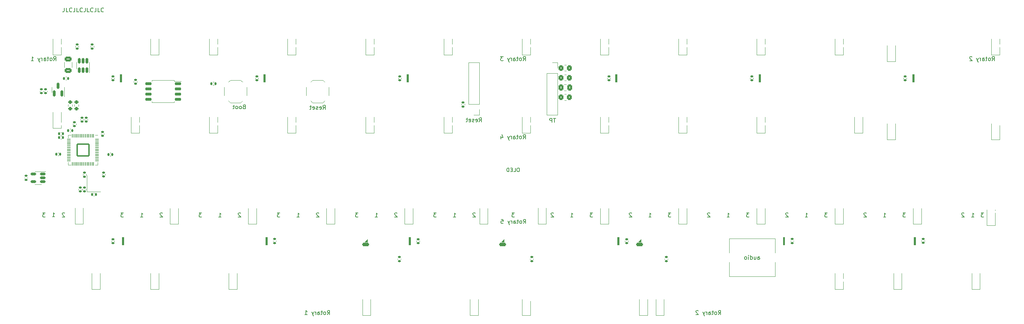
<source format=gbr>
%TF.GenerationSoftware,KiCad,Pcbnew,(6.0.11)*%
%TF.CreationDate,2023-05-22T00:45:06+02:00*%
%TF.ProjectId,alpha-curISO_routingv6,616c7068-612d-4637-9572-49534f5f726f,rev?*%
%TF.SameCoordinates,Original*%
%TF.FileFunction,Legend,Bot*%
%TF.FilePolarity,Positive*%
%FSLAX46Y46*%
G04 Gerber Fmt 4.6, Leading zero omitted, Abs format (unit mm)*
G04 Created by KiCad (PCBNEW (6.0.11)) date 2023-05-22 00:45:06*
%MOMM*%
%LPD*%
G01*
G04 APERTURE LIST*
G04 Aperture macros list*
%AMRoundRect*
0 Rectangle with rounded corners*
0 $1 Rounding radius*
0 $2 $3 $4 $5 $6 $7 $8 $9 X,Y pos of 4 corners*
0 Add a 4 corners polygon primitive as box body*
4,1,4,$2,$3,$4,$5,$6,$7,$8,$9,$2,$3,0*
0 Add four circle primitives for the rounded corners*
1,1,$1+$1,$2,$3*
1,1,$1+$1,$4,$5*
1,1,$1+$1,$6,$7*
1,1,$1+$1,$8,$9*
0 Add four rect primitives between the rounded corners*
20,1,$1+$1,$2,$3,$4,$5,0*
20,1,$1+$1,$4,$5,$6,$7,0*
20,1,$1+$1,$6,$7,$8,$9,0*
20,1,$1+$1,$8,$9,$2,$3,0*%
G04 Aperture macros list end*
%ADD10C,0.150000*%
%ADD11C,0.120000*%
%ADD12C,0.100000*%
%ADD13C,1.750000*%
%ADD14C,3.987800*%
%ADD15C,2.250000*%
%ADD16O,2.000000X3.200000*%
%ADD17R,2.000000X2.000000*%
%ADD18C,2.000000*%
%ADD19C,3.048000*%
%ADD20O,3.200000X2.000000*%
%ADD21C,4.000000*%
%ADD22C,2.200000*%
%ADD23C,1.397000*%
%ADD24R,1.700000X1.700000*%
%ADD25O,1.700000X1.700000*%
%ADD26R,1.100000X1.100000*%
%ADD27R,1.700000X1.000000*%
%ADD28R,1.700000X0.820000*%
%ADD29RoundRect,0.205000X0.645000X0.205000X-0.645000X0.205000X-0.645000X-0.205000X0.645000X-0.205000X0*%
%ADD30RoundRect,0.135000X0.185000X-0.135000X0.185000X0.135000X-0.185000X0.135000X-0.185000X-0.135000X0*%
%ADD31R,0.700000X0.700000*%
%ADD32RoundRect,0.140000X0.170000X-0.140000X0.170000X0.140000X-0.170000X0.140000X-0.170000X-0.140000X0*%
%ADD33RoundRect,0.140000X-0.170000X0.140000X-0.170000X-0.140000X0.170000X-0.140000X0.170000X0.140000X0*%
%ADD34RoundRect,0.250000X-0.350000X-0.450000X0.350000X-0.450000X0.350000X0.450000X-0.350000X0.450000X0*%
%ADD35RoundRect,0.140000X0.140000X0.170000X-0.140000X0.170000X-0.140000X-0.170000X0.140000X-0.170000X0*%
%ADD36RoundRect,0.250000X0.337500X0.475000X-0.337500X0.475000X-0.337500X-0.475000X0.337500X-0.475000X0*%
%ADD37RoundRect,0.150000X0.512500X0.150000X-0.512500X0.150000X-0.512500X-0.150000X0.512500X-0.150000X0*%
%ADD38R,1.200000X1.400000*%
%ADD39RoundRect,0.150000X0.150000X-0.587500X0.150000X0.587500X-0.150000X0.587500X-0.150000X-0.587500X0*%
%ADD40RoundRect,0.140000X-0.140000X-0.170000X0.140000X-0.170000X0.140000X0.170000X-0.140000X0.170000X0*%
%ADD41RoundRect,0.135000X-0.185000X0.135000X-0.185000X-0.135000X0.185000X-0.135000X0.185000X0.135000X0*%
%ADD42RoundRect,0.200000X-0.275000X0.200000X-0.275000X-0.200000X0.275000X-0.200000X0.275000X0.200000X0*%
%ADD43RoundRect,0.135000X0.135000X0.185000X-0.135000X0.185000X-0.135000X-0.185000X0.135000X-0.185000X0*%
%ADD44RoundRect,0.150000X0.650000X0.150000X-0.650000X0.150000X-0.650000X-0.150000X0.650000X-0.150000X0*%
%ADD45RoundRect,0.150000X0.150000X-0.512500X0.150000X0.512500X-0.150000X0.512500X-0.150000X-0.512500X0*%
%ADD46RoundRect,0.250000X-0.625000X0.375000X-0.625000X-0.375000X0.625000X-0.375000X0.625000X0.375000X0*%
%ADD47C,0.650000*%
%ADD48R,0.600000X2.450000*%
%ADD49R,0.300000X2.450000*%
%ADD50R,2.300000X2.300000*%
%ADD51RoundRect,0.050000X0.387500X0.050000X-0.387500X0.050000X-0.387500X-0.050000X0.387500X-0.050000X0*%
%ADD52RoundRect,0.050000X0.050000X0.387500X-0.050000X0.387500X-0.050000X-0.387500X0.050000X-0.387500X0*%
%ADD53RoundRect,0.144000X1.456000X1.456000X-1.456000X1.456000X-1.456000X-1.456000X1.456000X-1.456000X0*%
%ADD54RoundRect,0.250000X0.350000X0.450000X-0.350000X0.450000X-0.350000X-0.450000X0.350000X-0.450000X0*%
G04 APERTURE END LIST*
D10*
X52720833Y-99464880D02*
X52101785Y-99464880D01*
X52435119Y-99845833D01*
X52292261Y-99845833D01*
X52197023Y-99893452D01*
X52149404Y-99941071D01*
X52101785Y-100036309D01*
X52101785Y-100274404D01*
X52149404Y-100369642D01*
X52197023Y-100417261D01*
X52292261Y-100464880D01*
X52577976Y-100464880D01*
X52673214Y-100417261D01*
X52720833Y-100369642D01*
X119348214Y-99560119D02*
X119300595Y-99512500D01*
X119205357Y-99464880D01*
X118967261Y-99464880D01*
X118872023Y-99512500D01*
X118824404Y-99560119D01*
X118776785Y-99655357D01*
X118776785Y-99750595D01*
X118824404Y-99893452D01*
X119395833Y-100464880D01*
X118776785Y-100464880D01*
X257460714Y-99560119D02*
X257413095Y-99512500D01*
X257317857Y-99464880D01*
X257079761Y-99464880D01*
X256984523Y-99512500D01*
X256936904Y-99560119D01*
X256889285Y-99655357D01*
X256889285Y-99750595D01*
X256936904Y-99893452D01*
X257508333Y-100464880D01*
X256889285Y-100464880D01*
X94964285Y-100464880D02*
X95535714Y-100464880D01*
X95250000Y-100464880D02*
X95250000Y-99464880D01*
X95345238Y-99607738D01*
X95440476Y-99702976D01*
X95535714Y-99750595D01*
X35401285Y-100401380D02*
X35972714Y-100401380D01*
X35687000Y-100401380D02*
X35687000Y-99401380D01*
X35782238Y-99544238D01*
X35877476Y-99639476D01*
X35972714Y-99687095D01*
X56864285Y-100464880D02*
X57435714Y-100464880D01*
X57150000Y-100464880D02*
X57150000Y-99464880D01*
X57245238Y-99607738D01*
X57340476Y-99702976D01*
X57435714Y-99750595D01*
X82081547Y-73588571D02*
X81938690Y-73636190D01*
X81891071Y-73683809D01*
X81843452Y-73779047D01*
X81843452Y-73921904D01*
X81891071Y-74017142D01*
X81938690Y-74064761D01*
X82033928Y-74112380D01*
X82414880Y-74112380D01*
X82414880Y-73112380D01*
X82081547Y-73112380D01*
X81986309Y-73160000D01*
X81938690Y-73207619D01*
X81891071Y-73302857D01*
X81891071Y-73398095D01*
X81938690Y-73493333D01*
X81986309Y-73540952D01*
X82081547Y-73588571D01*
X82414880Y-73588571D01*
X81272023Y-74112380D02*
X81367261Y-74064761D01*
X81414880Y-74017142D01*
X81462500Y-73921904D01*
X81462500Y-73636190D01*
X81414880Y-73540952D01*
X81367261Y-73493333D01*
X81272023Y-73445714D01*
X81129166Y-73445714D01*
X81033928Y-73493333D01*
X80986309Y-73540952D01*
X80938690Y-73636190D01*
X80938690Y-73921904D01*
X80986309Y-74017142D01*
X81033928Y-74064761D01*
X81129166Y-74112380D01*
X81272023Y-74112380D01*
X80367261Y-74112380D02*
X80462500Y-74064761D01*
X80510119Y-74017142D01*
X80557738Y-73921904D01*
X80557738Y-73636190D01*
X80510119Y-73540952D01*
X80462500Y-73493333D01*
X80367261Y-73445714D01*
X80224404Y-73445714D01*
X80129166Y-73493333D01*
X80081547Y-73540952D01*
X80033928Y-73636190D01*
X80033928Y-73921904D01*
X80081547Y-74017142D01*
X80129166Y-74064761D01*
X80224404Y-74112380D01*
X80367261Y-74112380D01*
X79748214Y-73445714D02*
X79367261Y-73445714D01*
X79605357Y-73112380D02*
X79605357Y-73969523D01*
X79557738Y-74064761D01*
X79462500Y-74112380D01*
X79367261Y-74112380D01*
X128920833Y-99464880D02*
X128301785Y-99464880D01*
X128635119Y-99845833D01*
X128492261Y-99845833D01*
X128397023Y-99893452D01*
X128349404Y-99941071D01*
X128301785Y-100036309D01*
X128301785Y-100274404D01*
X128349404Y-100369642D01*
X128397023Y-100417261D01*
X128492261Y-100464880D01*
X128777976Y-100464880D01*
X128873214Y-100417261D01*
X128920833Y-100369642D01*
X35702571Y-62364880D02*
X36035904Y-61888690D01*
X36274000Y-62364880D02*
X36274000Y-61364880D01*
X35893047Y-61364880D01*
X35797809Y-61412500D01*
X35750190Y-61460119D01*
X35702571Y-61555357D01*
X35702571Y-61698214D01*
X35750190Y-61793452D01*
X35797809Y-61841071D01*
X35893047Y-61888690D01*
X36274000Y-61888690D01*
X35131142Y-62364880D02*
X35226380Y-62317261D01*
X35274000Y-62269642D01*
X35321619Y-62174404D01*
X35321619Y-61888690D01*
X35274000Y-61793452D01*
X35226380Y-61745833D01*
X35131142Y-61698214D01*
X34988285Y-61698214D01*
X34893047Y-61745833D01*
X34845428Y-61793452D01*
X34797809Y-61888690D01*
X34797809Y-62174404D01*
X34845428Y-62269642D01*
X34893047Y-62317261D01*
X34988285Y-62364880D01*
X35131142Y-62364880D01*
X34512095Y-61698214D02*
X34131142Y-61698214D01*
X34369238Y-61364880D02*
X34369238Y-62222023D01*
X34321619Y-62317261D01*
X34226380Y-62364880D01*
X34131142Y-62364880D01*
X33369238Y-62364880D02*
X33369238Y-61841071D01*
X33416857Y-61745833D01*
X33512095Y-61698214D01*
X33702571Y-61698214D01*
X33797809Y-61745833D01*
X33369238Y-62317261D02*
X33464476Y-62364880D01*
X33702571Y-62364880D01*
X33797809Y-62317261D01*
X33845428Y-62222023D01*
X33845428Y-62126785D01*
X33797809Y-62031547D01*
X33702571Y-61983928D01*
X33464476Y-61983928D01*
X33369238Y-61936309D01*
X32893047Y-62364880D02*
X32893047Y-61698214D01*
X32893047Y-61888690D02*
X32845428Y-61793452D01*
X32797809Y-61745833D01*
X32702571Y-61698214D01*
X32607333Y-61698214D01*
X32369238Y-61698214D02*
X32131142Y-62364880D01*
X31893047Y-61698214D02*
X32131142Y-62364880D01*
X32226380Y-62602976D01*
X32274000Y-62650595D01*
X32369238Y-62698214D01*
X30226380Y-62364880D02*
X30797809Y-62364880D01*
X30512095Y-62364880D02*
X30512095Y-61364880D01*
X30607333Y-61507738D01*
X30702571Y-61602976D01*
X30797809Y-61650595D01*
X158011714Y-76414380D02*
X157440285Y-76414380D01*
X157726000Y-77414380D02*
X157726000Y-76414380D01*
X157106952Y-77414380D02*
X157106952Y-76414380D01*
X156726000Y-76414380D01*
X156630761Y-76462000D01*
X156583142Y-76509619D01*
X156535523Y-76604857D01*
X156535523Y-76747714D01*
X156583142Y-76842952D01*
X156630761Y-76890571D01*
X156726000Y-76938190D01*
X157106952Y-76938190D01*
X81248214Y-99560119D02*
X81200595Y-99512500D01*
X81105357Y-99464880D01*
X80867261Y-99464880D01*
X80772023Y-99512500D01*
X80724404Y-99560119D01*
X80676785Y-99655357D01*
X80676785Y-99750595D01*
X80724404Y-99893452D01*
X81295833Y-100464880D01*
X80676785Y-100464880D01*
X150066071Y-81414880D02*
X150399404Y-80938690D01*
X150637500Y-81414880D02*
X150637500Y-80414880D01*
X150256547Y-80414880D01*
X150161309Y-80462500D01*
X150113690Y-80510119D01*
X150066071Y-80605357D01*
X150066071Y-80748214D01*
X150113690Y-80843452D01*
X150161309Y-80891071D01*
X150256547Y-80938690D01*
X150637500Y-80938690D01*
X149494642Y-81414880D02*
X149589880Y-81367261D01*
X149637500Y-81319642D01*
X149685119Y-81224404D01*
X149685119Y-80938690D01*
X149637500Y-80843452D01*
X149589880Y-80795833D01*
X149494642Y-80748214D01*
X149351785Y-80748214D01*
X149256547Y-80795833D01*
X149208928Y-80843452D01*
X149161309Y-80938690D01*
X149161309Y-81224404D01*
X149208928Y-81319642D01*
X149256547Y-81367261D01*
X149351785Y-81414880D01*
X149494642Y-81414880D01*
X148875595Y-80748214D02*
X148494642Y-80748214D01*
X148732738Y-80414880D02*
X148732738Y-81272023D01*
X148685119Y-81367261D01*
X148589880Y-81414880D01*
X148494642Y-81414880D01*
X147732738Y-81414880D02*
X147732738Y-80891071D01*
X147780357Y-80795833D01*
X147875595Y-80748214D01*
X148066071Y-80748214D01*
X148161309Y-80795833D01*
X147732738Y-81367261D02*
X147827976Y-81414880D01*
X148066071Y-81414880D01*
X148161309Y-81367261D01*
X148208928Y-81272023D01*
X148208928Y-81176785D01*
X148161309Y-81081547D01*
X148066071Y-81033928D01*
X147827976Y-81033928D01*
X147732738Y-80986309D01*
X147256547Y-81414880D02*
X147256547Y-80748214D01*
X147256547Y-80938690D02*
X147208928Y-80843452D01*
X147161309Y-80795833D01*
X147066071Y-80748214D01*
X146970833Y-80748214D01*
X146732738Y-80748214D02*
X146494642Y-81414880D01*
X146256547Y-80748214D02*
X146494642Y-81414880D01*
X146589880Y-81652976D01*
X146637500Y-81700595D01*
X146732738Y-81748214D01*
X144685119Y-80748214D02*
X144685119Y-81414880D01*
X144923214Y-80367261D02*
X145161309Y-81081547D01*
X144542261Y-81081547D01*
X233648214Y-99560119D02*
X233600595Y-99512500D01*
X233505357Y-99464880D01*
X233267261Y-99464880D01*
X233172023Y-99512500D01*
X233124404Y-99560119D01*
X233076785Y-99655357D01*
X233076785Y-99750595D01*
X233124404Y-99893452D01*
X233695833Y-100464880D01*
X233076785Y-100464880D01*
X199739285Y-100464880D02*
X200310714Y-100464880D01*
X200025000Y-100464880D02*
X200025000Y-99464880D01*
X200120238Y-99607738D01*
X200215476Y-99702976D01*
X200310714Y-99750595D01*
X109870833Y-99464880D02*
X109251785Y-99464880D01*
X109585119Y-99845833D01*
X109442261Y-99845833D01*
X109347023Y-99893452D01*
X109299404Y-99941071D01*
X109251785Y-100036309D01*
X109251785Y-100274404D01*
X109299404Y-100369642D01*
X109347023Y-100417261D01*
X109442261Y-100464880D01*
X109727976Y-100464880D01*
X109823214Y-100417261D01*
X109870833Y-100369642D01*
X147970833Y-99464880D02*
X147351785Y-99464880D01*
X147685119Y-99845833D01*
X147542261Y-99845833D01*
X147447023Y-99893452D01*
X147399404Y-99941071D01*
X147351785Y-100036309D01*
X147351785Y-100274404D01*
X147399404Y-100369642D01*
X147447023Y-100417261D01*
X147542261Y-100464880D01*
X147827976Y-100464880D01*
X147923214Y-100417261D01*
X147970833Y-100369642D01*
X133064285Y-100464880D02*
X133635714Y-100464880D01*
X133350000Y-100464880D02*
X133350000Y-99464880D01*
X133445238Y-99607738D01*
X133540476Y-99702976D01*
X133635714Y-99750595D01*
X262270833Y-99464880D02*
X261651785Y-99464880D01*
X261985119Y-99845833D01*
X261842261Y-99845833D01*
X261747023Y-99893452D01*
X261699404Y-99941071D01*
X261651785Y-100036309D01*
X261651785Y-100274404D01*
X261699404Y-100369642D01*
X261747023Y-100417261D01*
X261842261Y-100464880D01*
X262127976Y-100464880D01*
X262223214Y-100417261D01*
X262270833Y-100369642D01*
X176498214Y-99560119D02*
X176450595Y-99512500D01*
X176355357Y-99464880D01*
X176117261Y-99464880D01*
X176022023Y-99512500D01*
X175974404Y-99560119D01*
X175926785Y-99655357D01*
X175926785Y-99750595D01*
X175974404Y-99893452D01*
X176545833Y-100464880D01*
X175926785Y-100464880D01*
X38385714Y-99560119D02*
X38338095Y-99512500D01*
X38242857Y-99464880D01*
X38004761Y-99464880D01*
X37909523Y-99512500D01*
X37861904Y-99560119D01*
X37814285Y-99655357D01*
X37814285Y-99750595D01*
X37861904Y-99893452D01*
X38433333Y-100464880D01*
X37814285Y-100464880D01*
X161639285Y-100464880D02*
X162210714Y-100464880D01*
X161925000Y-100464880D02*
X161925000Y-99464880D01*
X162020238Y-99607738D01*
X162115476Y-99702976D01*
X162210714Y-99750595D01*
X100298214Y-99560119D02*
X100250595Y-99512500D01*
X100155357Y-99464880D01*
X99917261Y-99464880D01*
X99822023Y-99512500D01*
X99774404Y-99560119D01*
X99726785Y-99655357D01*
X99726785Y-99750595D01*
X99774404Y-99893452D01*
X100345833Y-100464880D01*
X99726785Y-100464880D01*
X33670833Y-99464880D02*
X33051785Y-99464880D01*
X33385119Y-99845833D01*
X33242261Y-99845833D01*
X33147023Y-99893452D01*
X33099404Y-99941071D01*
X33051785Y-100036309D01*
X33051785Y-100274404D01*
X33099404Y-100369642D01*
X33147023Y-100417261D01*
X33242261Y-100464880D01*
X33527976Y-100464880D01*
X33623214Y-100417261D01*
X33670833Y-100369642D01*
X259302285Y-100464880D02*
X259873714Y-100464880D01*
X259588000Y-100464880D02*
X259588000Y-99464880D01*
X259683238Y-99607738D01*
X259778476Y-99702976D01*
X259873714Y-99750595D01*
X180689285Y-100464880D02*
X181260714Y-100464880D01*
X180975000Y-100464880D02*
X180975000Y-99464880D01*
X181070238Y-99607738D01*
X181165476Y-99702976D01*
X181260714Y-99750595D01*
X101314095Y-74239380D02*
X101647428Y-73763190D01*
X101885523Y-74239380D02*
X101885523Y-73239380D01*
X101504571Y-73239380D01*
X101409333Y-73287000D01*
X101361714Y-73334619D01*
X101314095Y-73429857D01*
X101314095Y-73572714D01*
X101361714Y-73667952D01*
X101409333Y-73715571D01*
X101504571Y-73763190D01*
X101885523Y-73763190D01*
X100504571Y-74191761D02*
X100599809Y-74239380D01*
X100790285Y-74239380D01*
X100885523Y-74191761D01*
X100933142Y-74096523D01*
X100933142Y-73715571D01*
X100885523Y-73620333D01*
X100790285Y-73572714D01*
X100599809Y-73572714D01*
X100504571Y-73620333D01*
X100456952Y-73715571D01*
X100456952Y-73810809D01*
X100933142Y-73906047D01*
X100076000Y-74191761D02*
X99980761Y-74239380D01*
X99790285Y-74239380D01*
X99695047Y-74191761D01*
X99647428Y-74096523D01*
X99647428Y-74048904D01*
X99695047Y-73953666D01*
X99790285Y-73906047D01*
X99933142Y-73906047D01*
X100028380Y-73858428D01*
X100076000Y-73763190D01*
X100076000Y-73715571D01*
X100028380Y-73620333D01*
X99933142Y-73572714D01*
X99790285Y-73572714D01*
X99695047Y-73620333D01*
X98837904Y-74191761D02*
X98933142Y-74239380D01*
X99123619Y-74239380D01*
X99218857Y-74191761D01*
X99266476Y-74096523D01*
X99266476Y-73715571D01*
X99218857Y-73620333D01*
X99123619Y-73572714D01*
X98933142Y-73572714D01*
X98837904Y-73620333D01*
X98790285Y-73715571D01*
X98790285Y-73810809D01*
X99266476Y-73906047D01*
X98504571Y-73572714D02*
X98123619Y-73572714D01*
X98361714Y-73239380D02*
X98361714Y-74096523D01*
X98314095Y-74191761D01*
X98218857Y-74239380D01*
X98123619Y-74239380D01*
X167020833Y-99464880D02*
X166401785Y-99464880D01*
X166735119Y-99845833D01*
X166592261Y-99845833D01*
X166497023Y-99893452D01*
X166449404Y-99941071D01*
X166401785Y-100036309D01*
X166401785Y-100274404D01*
X166449404Y-100369642D01*
X166497023Y-100417261D01*
X166592261Y-100464880D01*
X166877976Y-100464880D01*
X166973214Y-100417261D01*
X167020833Y-100369642D01*
X102377571Y-124277380D02*
X102710904Y-123801190D01*
X102949000Y-124277380D02*
X102949000Y-123277380D01*
X102568047Y-123277380D01*
X102472809Y-123325000D01*
X102425190Y-123372619D01*
X102377571Y-123467857D01*
X102377571Y-123610714D01*
X102425190Y-123705952D01*
X102472809Y-123753571D01*
X102568047Y-123801190D01*
X102949000Y-123801190D01*
X101806142Y-124277380D02*
X101901380Y-124229761D01*
X101949000Y-124182142D01*
X101996619Y-124086904D01*
X101996619Y-123801190D01*
X101949000Y-123705952D01*
X101901380Y-123658333D01*
X101806142Y-123610714D01*
X101663285Y-123610714D01*
X101568047Y-123658333D01*
X101520428Y-123705952D01*
X101472809Y-123801190D01*
X101472809Y-124086904D01*
X101520428Y-124182142D01*
X101568047Y-124229761D01*
X101663285Y-124277380D01*
X101806142Y-124277380D01*
X101187095Y-123610714D02*
X100806142Y-123610714D01*
X101044238Y-123277380D02*
X101044238Y-124134523D01*
X100996619Y-124229761D01*
X100901380Y-124277380D01*
X100806142Y-124277380D01*
X100044238Y-124277380D02*
X100044238Y-123753571D01*
X100091857Y-123658333D01*
X100187095Y-123610714D01*
X100377571Y-123610714D01*
X100472809Y-123658333D01*
X100044238Y-124229761D02*
X100139476Y-124277380D01*
X100377571Y-124277380D01*
X100472809Y-124229761D01*
X100520428Y-124134523D01*
X100520428Y-124039285D01*
X100472809Y-123944047D01*
X100377571Y-123896428D01*
X100139476Y-123896428D01*
X100044238Y-123848809D01*
X99568047Y-124277380D02*
X99568047Y-123610714D01*
X99568047Y-123801190D02*
X99520428Y-123705952D01*
X99472809Y-123658333D01*
X99377571Y-123610714D01*
X99282333Y-123610714D01*
X99044238Y-123610714D02*
X98806142Y-124277380D01*
X98568047Y-123610714D02*
X98806142Y-124277380D01*
X98901380Y-124515476D01*
X98949000Y-124563095D01*
X99044238Y-124610714D01*
X96901380Y-124277380D02*
X97472809Y-124277380D01*
X97187095Y-124277380D02*
X97187095Y-123277380D01*
X97282333Y-123420238D01*
X97377571Y-123515476D01*
X97472809Y-123563095D01*
X38306952Y-49490380D02*
X38306952Y-50204666D01*
X38259333Y-50347523D01*
X38164095Y-50442761D01*
X38021238Y-50490380D01*
X37926000Y-50490380D01*
X39259333Y-50490380D02*
X38783142Y-50490380D01*
X38783142Y-49490380D01*
X40164095Y-50395142D02*
X40116476Y-50442761D01*
X39973619Y-50490380D01*
X39878380Y-50490380D01*
X39735523Y-50442761D01*
X39640285Y-50347523D01*
X39592666Y-50252285D01*
X39545047Y-50061809D01*
X39545047Y-49918952D01*
X39592666Y-49728476D01*
X39640285Y-49633238D01*
X39735523Y-49538000D01*
X39878380Y-49490380D01*
X39973619Y-49490380D01*
X40116476Y-49538000D01*
X40164095Y-49585619D01*
X40878380Y-49490380D02*
X40878380Y-50204666D01*
X40830761Y-50347523D01*
X40735523Y-50442761D01*
X40592666Y-50490380D01*
X40497428Y-50490380D01*
X41830761Y-50490380D02*
X41354571Y-50490380D01*
X41354571Y-49490380D01*
X42735523Y-50395142D02*
X42687904Y-50442761D01*
X42545047Y-50490380D01*
X42449809Y-50490380D01*
X42306952Y-50442761D01*
X42211714Y-50347523D01*
X42164095Y-50252285D01*
X42116476Y-50061809D01*
X42116476Y-49918952D01*
X42164095Y-49728476D01*
X42211714Y-49633238D01*
X42306952Y-49538000D01*
X42449809Y-49490380D01*
X42545047Y-49490380D01*
X42687904Y-49538000D01*
X42735523Y-49585619D01*
X43449809Y-49490380D02*
X43449809Y-50204666D01*
X43402190Y-50347523D01*
X43306952Y-50442761D01*
X43164095Y-50490380D01*
X43068857Y-50490380D01*
X44402190Y-50490380D02*
X43926000Y-50490380D01*
X43926000Y-49490380D01*
X45306952Y-50395142D02*
X45259333Y-50442761D01*
X45116476Y-50490380D01*
X45021238Y-50490380D01*
X44878380Y-50442761D01*
X44783142Y-50347523D01*
X44735523Y-50252285D01*
X44687904Y-50061809D01*
X44687904Y-49918952D01*
X44735523Y-49728476D01*
X44783142Y-49633238D01*
X44878380Y-49538000D01*
X45021238Y-49490380D01*
X45116476Y-49490380D01*
X45259333Y-49538000D01*
X45306952Y-49585619D01*
X46021238Y-49490380D02*
X46021238Y-50204666D01*
X45973619Y-50347523D01*
X45878380Y-50442761D01*
X45735523Y-50490380D01*
X45640285Y-50490380D01*
X46973619Y-50490380D02*
X46497428Y-50490380D01*
X46497428Y-49490380D01*
X47878380Y-50395142D02*
X47830761Y-50442761D01*
X47687904Y-50490380D01*
X47592666Y-50490380D01*
X47449809Y-50442761D01*
X47354571Y-50347523D01*
X47306952Y-50252285D01*
X47259333Y-50061809D01*
X47259333Y-49918952D01*
X47306952Y-49728476D01*
X47354571Y-49633238D01*
X47449809Y-49538000D01*
X47592666Y-49490380D01*
X47687904Y-49490380D01*
X47830761Y-49538000D01*
X47878380Y-49585619D01*
X90820833Y-99464880D02*
X90201785Y-99464880D01*
X90535119Y-99845833D01*
X90392261Y-99845833D01*
X90297023Y-99893452D01*
X90249404Y-99941071D01*
X90201785Y-100036309D01*
X90201785Y-100274404D01*
X90249404Y-100369642D01*
X90297023Y-100417261D01*
X90392261Y-100464880D01*
X90677976Y-100464880D01*
X90773214Y-100417261D01*
X90820833Y-100369642D01*
X214598214Y-99560119D02*
X214550595Y-99512500D01*
X214455357Y-99464880D01*
X214217261Y-99464880D01*
X214122023Y-99512500D01*
X214074404Y-99560119D01*
X214026785Y-99655357D01*
X214026785Y-99750595D01*
X214074404Y-99893452D01*
X214645833Y-100464880D01*
X214026785Y-100464880D01*
X150066071Y-62364880D02*
X150399404Y-61888690D01*
X150637500Y-62364880D02*
X150637500Y-61364880D01*
X150256547Y-61364880D01*
X150161309Y-61412500D01*
X150113690Y-61460119D01*
X150066071Y-61555357D01*
X150066071Y-61698214D01*
X150113690Y-61793452D01*
X150161309Y-61841071D01*
X150256547Y-61888690D01*
X150637500Y-61888690D01*
X149494642Y-62364880D02*
X149589880Y-62317261D01*
X149637500Y-62269642D01*
X149685119Y-62174404D01*
X149685119Y-61888690D01*
X149637500Y-61793452D01*
X149589880Y-61745833D01*
X149494642Y-61698214D01*
X149351785Y-61698214D01*
X149256547Y-61745833D01*
X149208928Y-61793452D01*
X149161309Y-61888690D01*
X149161309Y-62174404D01*
X149208928Y-62269642D01*
X149256547Y-62317261D01*
X149351785Y-62364880D01*
X149494642Y-62364880D01*
X148875595Y-61698214D02*
X148494642Y-61698214D01*
X148732738Y-61364880D02*
X148732738Y-62222023D01*
X148685119Y-62317261D01*
X148589880Y-62364880D01*
X148494642Y-62364880D01*
X147732738Y-62364880D02*
X147732738Y-61841071D01*
X147780357Y-61745833D01*
X147875595Y-61698214D01*
X148066071Y-61698214D01*
X148161309Y-61745833D01*
X147732738Y-62317261D02*
X147827976Y-62364880D01*
X148066071Y-62364880D01*
X148161309Y-62317261D01*
X148208928Y-62222023D01*
X148208928Y-62126785D01*
X148161309Y-62031547D01*
X148066071Y-61983928D01*
X147827976Y-61983928D01*
X147732738Y-61936309D01*
X147256547Y-62364880D02*
X147256547Y-61698214D01*
X147256547Y-61888690D02*
X147208928Y-61793452D01*
X147161309Y-61745833D01*
X147066071Y-61698214D01*
X146970833Y-61698214D01*
X146732738Y-61698214D02*
X146494642Y-62364880D01*
X146256547Y-61698214D02*
X146494642Y-62364880D01*
X146589880Y-62602976D01*
X146637500Y-62650595D01*
X146732738Y-62698214D01*
X145208928Y-61364880D02*
X144589880Y-61364880D01*
X144923214Y-61745833D01*
X144780357Y-61745833D01*
X144685119Y-61793452D01*
X144637500Y-61841071D01*
X144589880Y-61936309D01*
X144589880Y-62174404D01*
X144637500Y-62269642D01*
X144685119Y-62317261D01*
X144780357Y-62364880D01*
X145066071Y-62364880D01*
X145161309Y-62317261D01*
X145208928Y-62269642D01*
X218789285Y-100464880D02*
X219360714Y-100464880D01*
X219075000Y-100464880D02*
X219075000Y-99464880D01*
X219170238Y-99607738D01*
X219265476Y-99702976D01*
X219360714Y-99750595D01*
X138398214Y-99560119D02*
X138350595Y-99512500D01*
X138255357Y-99464880D01*
X138017261Y-99464880D01*
X137922023Y-99512500D01*
X137874404Y-99560119D01*
X137826785Y-99655357D01*
X137826785Y-99750595D01*
X137874404Y-99893452D01*
X138445833Y-100464880D01*
X137826785Y-100464880D01*
X139350595Y-77287380D02*
X139683928Y-76811190D01*
X139922023Y-77287380D02*
X139922023Y-76287380D01*
X139541071Y-76287380D01*
X139445833Y-76335000D01*
X139398214Y-76382619D01*
X139350595Y-76477857D01*
X139350595Y-76620714D01*
X139398214Y-76715952D01*
X139445833Y-76763571D01*
X139541071Y-76811190D01*
X139922023Y-76811190D01*
X138541071Y-77239761D02*
X138636309Y-77287380D01*
X138826785Y-77287380D01*
X138922023Y-77239761D01*
X138969642Y-77144523D01*
X138969642Y-76763571D01*
X138922023Y-76668333D01*
X138826785Y-76620714D01*
X138636309Y-76620714D01*
X138541071Y-76668333D01*
X138493452Y-76763571D01*
X138493452Y-76858809D01*
X138969642Y-76954047D01*
X138112500Y-77239761D02*
X138017261Y-77287380D01*
X137826785Y-77287380D01*
X137731547Y-77239761D01*
X137683928Y-77144523D01*
X137683928Y-77096904D01*
X137731547Y-77001666D01*
X137826785Y-76954047D01*
X137969642Y-76954047D01*
X138064880Y-76906428D01*
X138112500Y-76811190D01*
X138112500Y-76763571D01*
X138064880Y-76668333D01*
X137969642Y-76620714D01*
X137826785Y-76620714D01*
X137731547Y-76668333D01*
X136874404Y-77239761D02*
X136969642Y-77287380D01*
X137160119Y-77287380D01*
X137255357Y-77239761D01*
X137302976Y-77144523D01*
X137302976Y-76763571D01*
X137255357Y-76668333D01*
X137160119Y-76620714D01*
X136969642Y-76620714D01*
X136874404Y-76668333D01*
X136826785Y-76763571D01*
X136826785Y-76858809D01*
X137302976Y-76954047D01*
X136541071Y-76620714D02*
X136160119Y-76620714D01*
X136398214Y-76287380D02*
X136398214Y-77144523D01*
X136350595Y-77239761D01*
X136255357Y-77287380D01*
X136160119Y-77287380D01*
X197627571Y-124277380D02*
X197960904Y-123801190D01*
X198199000Y-124277380D02*
X198199000Y-123277380D01*
X197818047Y-123277380D01*
X197722809Y-123325000D01*
X197675190Y-123372619D01*
X197627571Y-123467857D01*
X197627571Y-123610714D01*
X197675190Y-123705952D01*
X197722809Y-123753571D01*
X197818047Y-123801190D01*
X198199000Y-123801190D01*
X197056142Y-124277380D02*
X197151380Y-124229761D01*
X197199000Y-124182142D01*
X197246619Y-124086904D01*
X197246619Y-123801190D01*
X197199000Y-123705952D01*
X197151380Y-123658333D01*
X197056142Y-123610714D01*
X196913285Y-123610714D01*
X196818047Y-123658333D01*
X196770428Y-123705952D01*
X196722809Y-123801190D01*
X196722809Y-124086904D01*
X196770428Y-124182142D01*
X196818047Y-124229761D01*
X196913285Y-124277380D01*
X197056142Y-124277380D01*
X196437095Y-123610714D02*
X196056142Y-123610714D01*
X196294238Y-123277380D02*
X196294238Y-124134523D01*
X196246619Y-124229761D01*
X196151380Y-124277380D01*
X196056142Y-124277380D01*
X195294238Y-124277380D02*
X195294238Y-123753571D01*
X195341857Y-123658333D01*
X195437095Y-123610714D01*
X195627571Y-123610714D01*
X195722809Y-123658333D01*
X195294238Y-124229761D02*
X195389476Y-124277380D01*
X195627571Y-124277380D01*
X195722809Y-124229761D01*
X195770428Y-124134523D01*
X195770428Y-124039285D01*
X195722809Y-123944047D01*
X195627571Y-123896428D01*
X195389476Y-123896428D01*
X195294238Y-123848809D01*
X194818047Y-124277380D02*
X194818047Y-123610714D01*
X194818047Y-123801190D02*
X194770428Y-123705952D01*
X194722809Y-123658333D01*
X194627571Y-123610714D01*
X194532333Y-123610714D01*
X194294238Y-123610714D02*
X194056142Y-124277380D01*
X193818047Y-123610714D02*
X194056142Y-124277380D01*
X194151380Y-124515476D01*
X194199000Y-124563095D01*
X194294238Y-124610714D01*
X192722809Y-123372619D02*
X192675190Y-123325000D01*
X192579952Y-123277380D01*
X192341857Y-123277380D01*
X192246619Y-123325000D01*
X192199000Y-123372619D01*
X192151380Y-123467857D01*
X192151380Y-123563095D01*
X192199000Y-123705952D01*
X192770428Y-124277380D01*
X192151380Y-124277380D01*
X243220833Y-99464880D02*
X242601785Y-99464880D01*
X242935119Y-99845833D01*
X242792261Y-99845833D01*
X242697023Y-99893452D01*
X242649404Y-99941071D01*
X242601785Y-100036309D01*
X242601785Y-100274404D01*
X242649404Y-100369642D01*
X242697023Y-100417261D01*
X242792261Y-100464880D01*
X243077976Y-100464880D01*
X243173214Y-100417261D01*
X243220833Y-100369642D01*
X264302571Y-62364880D02*
X264635904Y-61888690D01*
X264874000Y-62364880D02*
X264874000Y-61364880D01*
X264493047Y-61364880D01*
X264397809Y-61412500D01*
X264350190Y-61460119D01*
X264302571Y-61555357D01*
X264302571Y-61698214D01*
X264350190Y-61793452D01*
X264397809Y-61841071D01*
X264493047Y-61888690D01*
X264874000Y-61888690D01*
X263731142Y-62364880D02*
X263826380Y-62317261D01*
X263874000Y-62269642D01*
X263921619Y-62174404D01*
X263921619Y-61888690D01*
X263874000Y-61793452D01*
X263826380Y-61745833D01*
X263731142Y-61698214D01*
X263588285Y-61698214D01*
X263493047Y-61745833D01*
X263445428Y-61793452D01*
X263397809Y-61888690D01*
X263397809Y-62174404D01*
X263445428Y-62269642D01*
X263493047Y-62317261D01*
X263588285Y-62364880D01*
X263731142Y-62364880D01*
X263112095Y-61698214D02*
X262731142Y-61698214D01*
X262969238Y-61364880D02*
X262969238Y-62222023D01*
X262921619Y-62317261D01*
X262826380Y-62364880D01*
X262731142Y-62364880D01*
X261969238Y-62364880D02*
X261969238Y-61841071D01*
X262016857Y-61745833D01*
X262112095Y-61698214D01*
X262302571Y-61698214D01*
X262397809Y-61745833D01*
X261969238Y-62317261D02*
X262064476Y-62364880D01*
X262302571Y-62364880D01*
X262397809Y-62317261D01*
X262445428Y-62222023D01*
X262445428Y-62126785D01*
X262397809Y-62031547D01*
X262302571Y-61983928D01*
X262064476Y-61983928D01*
X261969238Y-61936309D01*
X261493047Y-62364880D02*
X261493047Y-61698214D01*
X261493047Y-61888690D02*
X261445428Y-61793452D01*
X261397809Y-61745833D01*
X261302571Y-61698214D01*
X261207333Y-61698214D01*
X260969238Y-61698214D02*
X260731142Y-62364880D01*
X260493047Y-61698214D02*
X260731142Y-62364880D01*
X260826380Y-62602976D01*
X260874000Y-62650595D01*
X260969238Y-62698214D01*
X259397809Y-61460119D02*
X259350190Y-61412500D01*
X259254952Y-61364880D01*
X259016857Y-61364880D01*
X258921619Y-61412500D01*
X258874000Y-61460119D01*
X258826380Y-61555357D01*
X258826380Y-61650595D01*
X258874000Y-61793452D01*
X259445428Y-62364880D01*
X258826380Y-62364880D01*
X207247952Y-110815380D02*
X207247952Y-110291571D01*
X207295571Y-110196333D01*
X207390809Y-110148714D01*
X207581285Y-110148714D01*
X207676523Y-110196333D01*
X207247952Y-110767761D02*
X207343190Y-110815380D01*
X207581285Y-110815380D01*
X207676523Y-110767761D01*
X207724142Y-110672523D01*
X207724142Y-110577285D01*
X207676523Y-110482047D01*
X207581285Y-110434428D01*
X207343190Y-110434428D01*
X207247952Y-110386809D01*
X206343190Y-110148714D02*
X206343190Y-110815380D01*
X206771761Y-110148714D02*
X206771761Y-110672523D01*
X206724142Y-110767761D01*
X206628904Y-110815380D01*
X206486047Y-110815380D01*
X206390809Y-110767761D01*
X206343190Y-110720142D01*
X205438428Y-110815380D02*
X205438428Y-109815380D01*
X205438428Y-110767761D02*
X205533666Y-110815380D01*
X205724142Y-110815380D01*
X205819380Y-110767761D01*
X205867000Y-110720142D01*
X205914619Y-110624904D01*
X205914619Y-110339190D01*
X205867000Y-110243952D01*
X205819380Y-110196333D01*
X205724142Y-110148714D01*
X205533666Y-110148714D01*
X205438428Y-110196333D01*
X204962238Y-110815380D02*
X204962238Y-110148714D01*
X204962238Y-109815380D02*
X205009857Y-109863000D01*
X204962238Y-109910619D01*
X204914619Y-109863000D01*
X204962238Y-109815380D01*
X204962238Y-109910619D01*
X204343190Y-110815380D02*
X204438428Y-110767761D01*
X204486047Y-110720142D01*
X204533666Y-110624904D01*
X204533666Y-110339190D01*
X204486047Y-110243952D01*
X204438428Y-110196333D01*
X204343190Y-110148714D01*
X204200333Y-110148714D01*
X204105095Y-110196333D01*
X204057476Y-110243952D01*
X204009857Y-110339190D01*
X204009857Y-110624904D01*
X204057476Y-110720142D01*
X204105095Y-110767761D01*
X204200333Y-110815380D01*
X204343190Y-110815380D01*
X157448214Y-99560119D02*
X157400595Y-99512500D01*
X157305357Y-99464880D01*
X157067261Y-99464880D01*
X156972023Y-99512500D01*
X156924404Y-99560119D01*
X156876785Y-99655357D01*
X156876785Y-99750595D01*
X156924404Y-99893452D01*
X157495833Y-100464880D01*
X156876785Y-100464880D01*
X150129571Y-102052380D02*
X150462904Y-101576190D01*
X150701000Y-102052380D02*
X150701000Y-101052380D01*
X150320047Y-101052380D01*
X150224809Y-101100000D01*
X150177190Y-101147619D01*
X150129571Y-101242857D01*
X150129571Y-101385714D01*
X150177190Y-101480952D01*
X150224809Y-101528571D01*
X150320047Y-101576190D01*
X150701000Y-101576190D01*
X149558142Y-102052380D02*
X149653380Y-102004761D01*
X149701000Y-101957142D01*
X149748619Y-101861904D01*
X149748619Y-101576190D01*
X149701000Y-101480952D01*
X149653380Y-101433333D01*
X149558142Y-101385714D01*
X149415285Y-101385714D01*
X149320047Y-101433333D01*
X149272428Y-101480952D01*
X149224809Y-101576190D01*
X149224809Y-101861904D01*
X149272428Y-101957142D01*
X149320047Y-102004761D01*
X149415285Y-102052380D01*
X149558142Y-102052380D01*
X148939095Y-101385714D02*
X148558142Y-101385714D01*
X148796238Y-101052380D02*
X148796238Y-101909523D01*
X148748619Y-102004761D01*
X148653380Y-102052380D01*
X148558142Y-102052380D01*
X147796238Y-102052380D02*
X147796238Y-101528571D01*
X147843857Y-101433333D01*
X147939095Y-101385714D01*
X148129571Y-101385714D01*
X148224809Y-101433333D01*
X147796238Y-102004761D02*
X147891476Y-102052380D01*
X148129571Y-102052380D01*
X148224809Y-102004761D01*
X148272428Y-101909523D01*
X148272428Y-101814285D01*
X148224809Y-101719047D01*
X148129571Y-101671428D01*
X147891476Y-101671428D01*
X147796238Y-101623809D01*
X147320047Y-102052380D02*
X147320047Y-101385714D01*
X147320047Y-101576190D02*
X147272428Y-101480952D01*
X147224809Y-101433333D01*
X147129571Y-101385714D01*
X147034333Y-101385714D01*
X146796238Y-101385714D02*
X146558142Y-102052380D01*
X146320047Y-101385714D02*
X146558142Y-102052380D01*
X146653380Y-102290476D01*
X146701000Y-102338095D01*
X146796238Y-102385714D01*
X144701000Y-101052380D02*
X145177190Y-101052380D01*
X145224809Y-101528571D01*
X145177190Y-101480952D01*
X145081952Y-101433333D01*
X144843857Y-101433333D01*
X144748619Y-101480952D01*
X144701000Y-101528571D01*
X144653380Y-101623809D01*
X144653380Y-101861904D01*
X144701000Y-101957142D01*
X144748619Y-102004761D01*
X144843857Y-102052380D01*
X145081952Y-102052380D01*
X145177190Y-102004761D01*
X145224809Y-101957142D01*
X114014285Y-100464880D02*
X114585714Y-100464880D01*
X114300000Y-100464880D02*
X114300000Y-99464880D01*
X114395238Y-99607738D01*
X114490476Y-99702976D01*
X114585714Y-99750595D01*
X186070833Y-99464880D02*
X185451785Y-99464880D01*
X185785119Y-99845833D01*
X185642261Y-99845833D01*
X185547023Y-99893452D01*
X185499404Y-99941071D01*
X185451785Y-100036309D01*
X185451785Y-100274404D01*
X185499404Y-100369642D01*
X185547023Y-100417261D01*
X185642261Y-100464880D01*
X185927976Y-100464880D01*
X186023214Y-100417261D01*
X186070833Y-100369642D01*
X71770833Y-99464880D02*
X71151785Y-99464880D01*
X71485119Y-99845833D01*
X71342261Y-99845833D01*
X71247023Y-99893452D01*
X71199404Y-99941071D01*
X71151785Y-100036309D01*
X71151785Y-100274404D01*
X71199404Y-100369642D01*
X71247023Y-100417261D01*
X71342261Y-100464880D01*
X71627976Y-100464880D01*
X71723214Y-100417261D01*
X71770833Y-100369642D01*
X237839285Y-100464880D02*
X238410714Y-100464880D01*
X238125000Y-100464880D02*
X238125000Y-99464880D01*
X238220238Y-99607738D01*
X238315476Y-99702976D01*
X238410714Y-99750595D01*
X195548214Y-99560119D02*
X195500595Y-99512500D01*
X195405357Y-99464880D01*
X195167261Y-99464880D01*
X195072023Y-99512500D01*
X195024404Y-99560119D01*
X194976785Y-99655357D01*
X194976785Y-99750595D01*
X195024404Y-99893452D01*
X195595833Y-100464880D01*
X194976785Y-100464880D01*
X62198214Y-99560119D02*
X62150595Y-99512500D01*
X62055357Y-99464880D01*
X61817261Y-99464880D01*
X61722023Y-99512500D01*
X61674404Y-99560119D01*
X61626785Y-99655357D01*
X61626785Y-99750595D01*
X61674404Y-99893452D01*
X62245833Y-100464880D01*
X61626785Y-100464880D01*
X75914285Y-100464880D02*
X76485714Y-100464880D01*
X76200000Y-100464880D02*
X76200000Y-99464880D01*
X76295238Y-99607738D01*
X76390476Y-99702976D01*
X76485714Y-99750595D01*
X205120833Y-99464880D02*
X204501785Y-99464880D01*
X204835119Y-99845833D01*
X204692261Y-99845833D01*
X204597023Y-99893452D01*
X204549404Y-99941071D01*
X204501785Y-100036309D01*
X204501785Y-100274404D01*
X204549404Y-100369642D01*
X204597023Y-100417261D01*
X204692261Y-100464880D01*
X204977976Y-100464880D01*
X205073214Y-100417261D01*
X205120833Y-100369642D01*
X224170833Y-99464880D02*
X223551785Y-99464880D01*
X223885119Y-99845833D01*
X223742261Y-99845833D01*
X223647023Y-99893452D01*
X223599404Y-99941071D01*
X223551785Y-100036309D01*
X223551785Y-100274404D01*
X223599404Y-100369642D01*
X223647023Y-100417261D01*
X223742261Y-100464880D01*
X224027976Y-100464880D01*
X224123214Y-100417261D01*
X224170833Y-100369642D01*
%TO.C,OL1*%
X148944642Y-88534142D02*
X148773214Y-88534142D01*
X148687500Y-88577000D01*
X148601785Y-88662714D01*
X148558928Y-88834142D01*
X148558928Y-89134142D01*
X148601785Y-89305571D01*
X148687500Y-89391285D01*
X148773214Y-89434142D01*
X148944642Y-89434142D01*
X149030357Y-89391285D01*
X149116071Y-89305571D01*
X149158928Y-89134142D01*
X149158928Y-88834142D01*
X149116071Y-88662714D01*
X149030357Y-88577000D01*
X148944642Y-88534142D01*
X147744642Y-89434142D02*
X148173214Y-89434142D01*
X148173214Y-88534142D01*
X147444642Y-88962714D02*
X147144642Y-88962714D01*
X147016071Y-89434142D02*
X147444642Y-89434142D01*
X147444642Y-88534142D01*
X147016071Y-88534142D01*
X146630357Y-89434142D02*
X146630357Y-88534142D01*
X146416071Y-88534142D01*
X146287500Y-88577000D01*
X146201785Y-88662714D01*
X146158928Y-88748428D01*
X146116071Y-88919857D01*
X146116071Y-89048428D01*
X146158928Y-89219857D01*
X146201785Y-89305571D01*
X146287500Y-89391285D01*
X146416071Y-89434142D01*
X146630357Y-89434142D01*
D11*
%TO.C,J2*%
X158492500Y-65405000D02*
X158492500Y-75625000D01*
X158492500Y-62805000D02*
X158492500Y-64135000D01*
X155832500Y-65405000D02*
X155832500Y-75625000D01*
X155832500Y-75625000D02*
X158492500Y-75625000D01*
X157162500Y-62805000D02*
X158492500Y-62805000D01*
X155832500Y-65405000D02*
X158492500Y-65405000D01*
%TO.C,D32*%
X187912500Y-79987500D02*
X187912500Y-76137500D01*
X189912500Y-79987500D02*
X187912500Y-79987500D01*
X189912500Y-79987500D02*
X189912500Y-76137500D01*
%TO.C,SW27*%
X78760000Y-72600000D02*
X81260000Y-72600000D01*
X78760000Y-67100000D02*
X81260000Y-67100000D01*
X82760000Y-70850000D02*
X82760000Y-68850000D01*
X81710000Y-67550000D02*
X81260000Y-67100000D01*
X78310000Y-72150000D02*
X78760000Y-72600000D01*
X77260000Y-70850000D02*
X77260000Y-68850000D01*
X78310000Y-67550000D02*
X78760000Y-67100000D01*
X81710000Y-72150000D02*
X81260000Y-72600000D01*
%TO.C,LED2*%
G36*
X145437500Y-106550000D02*
G01*
X144837500Y-106550000D01*
X145437500Y-105950000D01*
X145437500Y-106550000D01*
G37*
D12*
X145437500Y-106550000D02*
X144837500Y-106550000D01*
X145437500Y-105950000D01*
X145437500Y-106550000D01*
D11*
%TO.C,D2*%
X37512500Y-78781000D02*
X35512500Y-78781000D01*
X35512500Y-78781000D02*
X35512500Y-74931000D01*
X37512500Y-78781000D02*
X37512500Y-74931000D01*
%TO.C,R7*%
X42850800Y-90323641D02*
X42850800Y-90016359D01*
X43610800Y-90323641D02*
X43610800Y-90016359D01*
%TO.C,LED8*%
G36*
X245364000Y-67675000D02*
G01*
X244864000Y-67675000D01*
X244864000Y-65675000D01*
X245364000Y-65675000D01*
X245364000Y-67675000D01*
G37*
%TO.C,C22*%
X85577000Y-66782836D02*
X85577000Y-66567164D01*
X84857000Y-66782836D02*
X84857000Y-66567164D01*
%TO.C,D11*%
X85137500Y-102212500D02*
X83137500Y-102212500D01*
X83137500Y-102212500D02*
X83137500Y-98362500D01*
X85137500Y-102212500D02*
X85137500Y-98362500D01*
%TO.C,C2*%
X48264400Y-90011364D02*
X48264400Y-90227036D01*
X47544400Y-90011364D02*
X47544400Y-90227036D01*
%TO.C,D9*%
X73612500Y-60937500D02*
X73612500Y-57087500D01*
X75612500Y-60937500D02*
X73612500Y-60937500D01*
X75612500Y-60937500D02*
X75612500Y-57087500D01*
%TO.C,D50*%
X155686000Y-102149000D02*
X155686000Y-98299000D01*
X153686000Y-102149000D02*
X153686000Y-98299000D01*
X155686000Y-102149000D02*
X153686000Y-102149000D01*
%TO.C,D7*%
X66087500Y-102212500D02*
X64087500Y-102212500D01*
X66087500Y-102212500D02*
X66087500Y-98362500D01*
X64087500Y-102212500D02*
X64087500Y-98362500D01*
%TO.C,LED15*%
G36*
X87806288Y-107362500D02*
G01*
X87306288Y-107362500D01*
X87306288Y-105362500D01*
X87806288Y-105362500D01*
X87806288Y-107362500D01*
G37*
%TO.C,SW38*%
X101712500Y-72150000D02*
X101262500Y-72600000D01*
X102762500Y-68850000D02*
X102762500Y-70850000D01*
X101712500Y-67550000D02*
X101262500Y-67100000D01*
X101262500Y-72600000D02*
X98762500Y-72600000D01*
X97262500Y-68850000D02*
X97262500Y-70850000D01*
X98312500Y-67550000D02*
X98762500Y-67100000D01*
X98312500Y-72150000D02*
X98762500Y-72600000D01*
X101262500Y-67100000D02*
X98762500Y-67100000D01*
%TO.C,C10*%
X40432400Y-77958836D02*
X40432400Y-77743164D01*
X41152400Y-77958836D02*
X41152400Y-77743164D01*
%TO.C,C14*%
X42524000Y-93646164D02*
X42524000Y-93861836D01*
X41804000Y-93646164D02*
X41804000Y-93861836D01*
%TO.C,D24*%
X151812500Y-124437500D02*
X151812500Y-120587500D01*
X151812500Y-124437500D02*
X149812500Y-124437500D01*
X149812500Y-124437500D02*
X149812500Y-120587500D01*
%TO.C,UR1*%
X160110436Y-67251250D02*
X160564564Y-67251250D01*
X160110436Y-65781250D02*
X160564564Y-65781250D01*
%TO.C,D42*%
X240712500Y-62525000D02*
X238712500Y-62525000D01*
X238712500Y-62525000D02*
X238712500Y-58675000D01*
X240712500Y-62525000D02*
X240712500Y-58675000D01*
%TO.C,D44*%
X247062500Y-102212500D02*
X245062500Y-102212500D01*
X245062500Y-102212500D02*
X245062500Y-98362500D01*
X247062500Y-102212500D02*
X247062500Y-98362500D01*
%TO.C,C20*%
X49805000Y-106254664D02*
X49805000Y-106470336D01*
X50525000Y-106254664D02*
X50525000Y-106470336D01*
%TO.C,C21*%
X49805000Y-66782836D02*
X49805000Y-66567164D01*
X50525000Y-66782836D02*
X50525000Y-66567164D01*
%TO.C,D5*%
X59325000Y-60937500D02*
X59325000Y-57087500D01*
X61325000Y-60937500D02*
X61325000Y-57087500D01*
X61325000Y-60937500D02*
X59325000Y-60937500D01*
%TO.C,D23*%
X137112500Y-124437500D02*
X137112500Y-120587500D01*
X139112500Y-124437500D02*
X139112500Y-120587500D01*
X139112500Y-124437500D02*
X137112500Y-124437500D01*
%TO.C,D49*%
X261350000Y-118087500D02*
X259350000Y-118087500D01*
X261350000Y-118087500D02*
X261350000Y-114237500D01*
X259350000Y-118087500D02*
X259350000Y-114237500D01*
%TO.C,C1*%
X45630921Y-94636000D02*
X45415249Y-94636000D01*
X45630921Y-95356000D02*
X45415249Y-95356000D01*
%TO.C,D25*%
X149812500Y-60937500D02*
X149812500Y-57087500D01*
X151812500Y-60937500D02*
X149812500Y-60937500D01*
X151812500Y-60937500D02*
X151812500Y-57087500D01*
%TO.C,C5*%
X32404129Y-69934391D02*
X32404129Y-69718719D01*
X33124129Y-69934391D02*
X33124129Y-69718719D01*
%TO.C,D13*%
X94662500Y-60937500D02*
X92662500Y-60937500D01*
X92662500Y-60937500D02*
X92662500Y-57087500D01*
X94662500Y-60937500D02*
X94662500Y-57087500D01*
%TO.C,D39*%
X232775000Y-79987500D02*
X230775000Y-79987500D01*
X232775000Y-79987500D02*
X232775000Y-76137500D01*
X230775000Y-79987500D02*
X230775000Y-76137500D01*
%TO.C,C18*%
X160598752Y-69632500D02*
X160076248Y-69632500D01*
X160598752Y-68162500D02*
X160076248Y-68162500D01*
%TO.C,C19*%
X29366800Y-91039836D02*
X29366800Y-90824164D01*
X28646800Y-91039836D02*
X28646800Y-90824164D01*
%TO.C,D19*%
X110918750Y-124437500D02*
X110918750Y-120587500D01*
X112918750Y-124437500D02*
X110918750Y-124437500D01*
X112918750Y-124437500D02*
X112918750Y-120587500D01*
%TO.C,LED4*%
G36*
X87306288Y-67675000D02*
G01*
X86806288Y-67675000D01*
X86806288Y-65675000D01*
X87306288Y-65675000D01*
X87306288Y-67675000D01*
G37*
%TO.C,U5*%
X31953200Y-92492000D02*
X32753200Y-92492000D01*
X31953200Y-89372000D02*
X31153200Y-89372000D01*
X31953200Y-92492000D02*
X31153200Y-92492000D01*
X31953200Y-89372000D02*
X33753200Y-89372000D01*
%TO.C,Y1*%
X47129600Y-94339736D02*
X43829600Y-94339736D01*
X43829600Y-94339736D02*
X43829600Y-90339736D01*
%TO.C,U3*%
X38344952Y-69443944D02*
X38344952Y-68793944D01*
X35224952Y-69443944D02*
X35224952Y-70093944D01*
X35224952Y-69443944D02*
X35224952Y-68793944D01*
X38344952Y-69443944D02*
X38344952Y-71118944D01*
%TO.C,C16*%
X37600836Y-79815193D02*
X37385164Y-79815193D01*
X37600836Y-80535193D02*
X37385164Y-80535193D01*
%TO.C,D46*%
X266112500Y-60937500D02*
X264112500Y-60937500D01*
X266112500Y-60937500D02*
X266112500Y-57087500D01*
X264112500Y-60937500D02*
X264112500Y-57087500D01*
%TO.C,D21*%
X130762500Y-79987500D02*
X130762500Y-76137500D01*
X132762500Y-79987500D02*
X130762500Y-79987500D01*
X132762500Y-79987500D02*
X132762500Y-76137500D01*
%TO.C,C13*%
X49422164Y-84857000D02*
X49637836Y-84857000D01*
X49422164Y-85577000D02*
X49637836Y-85577000D01*
%TO.C,C29*%
X174900000Y-106254664D02*
X174900000Y-106470336D01*
X175620000Y-106254664D02*
X175620000Y-106470336D01*
%TO.C,D48*%
X265033000Y-102530000D02*
X265033000Y-98680000D01*
X265033000Y-102530000D02*
X263033000Y-102530000D01*
X263033000Y-102530000D02*
X263033000Y-98680000D01*
%TO.C,D40*%
X228012500Y-102212500D02*
X228012500Y-98362500D01*
X228012500Y-102212500D02*
X226012500Y-102212500D01*
X226012500Y-102212500D02*
X226012500Y-98362500D01*
%TO.C,D35*%
X208962500Y-60937500D02*
X206962500Y-60937500D01*
X206962500Y-60937500D02*
X206962500Y-57087500D01*
X208962500Y-60937500D02*
X208962500Y-57087500D01*
%TO.C,LED13*%
G36*
X173537500Y-107362500D02*
G01*
X173037500Y-107362500D01*
X173037500Y-105362500D01*
X173537500Y-105362500D01*
X173537500Y-107362500D01*
G37*
%TO.C,LED6*%
G36*
X173037500Y-67675000D02*
G01*
X172537500Y-67675000D01*
X172537500Y-65675000D01*
X173037500Y-65675000D01*
X173037500Y-67675000D01*
G37*
%TO.C,D26*%
X149812500Y-79987500D02*
X149812500Y-76137500D01*
X151812500Y-79987500D02*
X149812500Y-79987500D01*
X151812500Y-79987500D02*
X151812500Y-76137500D01*
%TO.C,R3*%
X135070520Y-72871359D02*
X135070520Y-73178641D01*
X135830520Y-72871359D02*
X135830520Y-73178641D01*
%TO.C,D22*%
X141462000Y-102212500D02*
X141462000Y-98362500D01*
X141462000Y-102212500D02*
X139462000Y-102212500D01*
X139462000Y-102212500D02*
X139462000Y-98362500D01*
%TO.C,D14*%
X94662500Y-79987500D02*
X92662500Y-79987500D01*
X94662500Y-79987500D02*
X94662500Y-76137500D01*
X92662500Y-79987500D02*
X92662500Y-76137500D01*
%TO.C,LED3*%
G36*
X178775000Y-106550000D02*
G01*
X178175000Y-106550000D01*
X178775000Y-105950000D01*
X178775000Y-106550000D01*
G37*
D12*
X178775000Y-106550000D02*
X178175000Y-106550000D01*
X178775000Y-105950000D01*
X178775000Y-106550000D01*
D11*
%TO.C,UR2*%
X160110436Y-64870000D02*
X160564564Y-64870000D01*
X160110436Y-63400000D02*
X160564564Y-63400000D01*
%TO.C,C7*%
X39858836Y-79015000D02*
X39643164Y-79015000D01*
X39858836Y-79735000D02*
X39643164Y-79735000D01*
%TO.C,C15*%
X42977467Y-76844479D02*
X42977467Y-76628807D01*
X42257467Y-76844479D02*
X42257467Y-76628807D01*
%TO.C,R2*%
X39228500Y-73041742D02*
X39228500Y-73516258D01*
X40273500Y-73041742D02*
X40273500Y-73516258D01*
%TO.C,R6*%
X74799140Y-68332227D02*
X74491858Y-68332227D01*
X74799140Y-67572227D02*
X74491858Y-67572227D01*
%TO.C,D36*%
X206962500Y-79987500D02*
X206962500Y-76137500D01*
X208962500Y-79987500D02*
X206962500Y-79987500D01*
X208962500Y-79987500D02*
X208962500Y-76137500D01*
%TO.C,D6*%
X56562500Y-79987500D02*
X54562500Y-79987500D01*
X54562500Y-79987500D02*
X54562500Y-76137500D01*
X56562500Y-79987500D02*
X56562500Y-76137500D01*
%TO.C,U2*%
X65082000Y-67125000D02*
X65082000Y-67385000D01*
X62357000Y-72575000D02*
X59632000Y-72575000D01*
X62357000Y-72575000D02*
X65082000Y-72575000D01*
X65082000Y-67385000D02*
X66757000Y-67385000D01*
X65082000Y-72575000D02*
X65082000Y-72315000D01*
X59632000Y-67125000D02*
X59632000Y-67385000D01*
X62357000Y-67125000D02*
X59632000Y-67125000D01*
X62357000Y-67125000D02*
X65082000Y-67125000D01*
X59632000Y-72575000D02*
X59632000Y-72315000D01*
%TO.C,C3*%
X55986000Y-67608336D02*
X55986000Y-67392664D01*
X55266000Y-67608336D02*
X55266000Y-67392664D01*
%TO.C,C8*%
X37600836Y-80754807D02*
X37385164Y-80754807D01*
X37600836Y-81474807D02*
X37385164Y-81474807D01*
%TO.C,D37*%
X208962500Y-102212500D02*
X206962500Y-102212500D01*
X208962500Y-102212500D02*
X208962500Y-98362500D01*
X206962500Y-102212500D02*
X206962500Y-98362500D01*
%TO.C,D38*%
X226012500Y-60937500D02*
X226012500Y-57087500D01*
X228012500Y-60937500D02*
X226012500Y-60937500D01*
X228012500Y-60937500D02*
X228012500Y-57087500D01*
%TO.C,R1*%
X41797500Y-73041742D02*
X41797500Y-73516258D01*
X40752500Y-73041742D02*
X40752500Y-73516258D01*
%TO.C,D31*%
X189912500Y-60937500D02*
X189912500Y-57087500D01*
X187912500Y-60937500D02*
X187912500Y-57087500D01*
X189912500Y-60937500D02*
X187912500Y-60937500D01*
%TO.C,C27*%
X247125799Y-106191164D02*
X247125799Y-106406836D01*
X247845799Y-106191164D02*
X247845799Y-106406836D01*
%TO.C,D47*%
X266112500Y-81575000D02*
X266112500Y-77725000D01*
X266112500Y-81575000D02*
X264112500Y-81575000D01*
X264112500Y-81575000D02*
X264112500Y-77725000D01*
%TO.C,C9*%
X43540000Y-93646164D02*
X43540000Y-93861836D01*
X42820000Y-93646164D02*
X42820000Y-93861836D01*
%TO.C,D20*%
X132762500Y-60937500D02*
X130762500Y-60937500D01*
X132762500Y-60937500D02*
X132762500Y-57087500D01*
X130762500Y-60937500D02*
X130762500Y-57087500D01*
%TO.C,U4*%
X44422500Y-63500000D02*
X44422500Y-65300000D01*
X41302500Y-63500000D02*
X41302500Y-62700000D01*
X41302500Y-63500000D02*
X41302500Y-64300000D01*
X44422500Y-63500000D02*
X44422500Y-62700000D01*
%TO.C,F1*%
X38333000Y-62770936D02*
X38333000Y-63975064D01*
X40153000Y-62770936D02*
X40153000Y-63975064D01*
%TO.C,C6*%
X34140128Y-69934391D02*
X34140128Y-69718719D01*
X33420128Y-69934391D02*
X33420128Y-69718719D01*
%TO.C,D17*%
X113712500Y-79987500D02*
X113712500Y-76137500D01*
X111712500Y-79987500D02*
X111712500Y-76137500D01*
X113712500Y-79987500D02*
X111712500Y-79987500D01*
%TO.C,C4*%
X38842836Y-67035000D02*
X38627164Y-67035000D01*
X38842836Y-66315000D02*
X38627164Y-66315000D01*
%TO.C,LED5*%
G36*
X122235676Y-67675000D02*
G01*
X121735676Y-67675000D01*
X121735676Y-65675000D01*
X122235676Y-65675000D01*
X122235676Y-67675000D01*
G37*
%TO.C,C24*%
X171302000Y-66782836D02*
X171302000Y-66567164D01*
X170582000Y-66782836D02*
X170582000Y-66567164D01*
%TO.C,D29*%
X170862500Y-102212500D02*
X168862500Y-102212500D01*
X170862500Y-102212500D02*
X170862500Y-98362500D01*
X168862500Y-102212500D02*
X168862500Y-98362500D01*
%TO.C,LED14*%
G36*
X122744832Y-107362500D02*
G01*
X122244832Y-107362500D01*
X122244832Y-105362500D01*
X122744832Y-105362500D01*
X122744832Y-107362500D01*
G37*
%TO.C,D8*%
X59325000Y-118087500D02*
X59325000Y-114237500D01*
X61325000Y-118087500D02*
X61325000Y-114237500D01*
X61325000Y-118087500D02*
X59325000Y-118087500D01*
%TO.C,C23*%
X119655000Y-66782836D02*
X119655000Y-66567164D01*
X120375000Y-66782836D02*
X120375000Y-66567164D01*
%TO.C,LED9*%
G36*
X245768750Y-107362500D02*
G01*
X245268750Y-107362500D01*
X245268750Y-105362500D01*
X245768750Y-105362500D01*
X245768750Y-107362500D01*
G37*
%TO.C,C26*%
X243438000Y-66567164D02*
X243438000Y-66782836D01*
X242718000Y-66567164D02*
X242718000Y-66782836D01*
%TO.C,R4*%
X41782000Y-58774359D02*
X41782000Y-59081641D01*
X41022000Y-58774359D02*
X41022000Y-59081641D01*
%TO.C,D41*%
X228012500Y-118087500D02*
X228012500Y-114237500D01*
X226012500Y-118087500D02*
X226012500Y-114237500D01*
X228012500Y-118087500D02*
X226012500Y-118087500D01*
%TO.C,D3*%
X40910000Y-102149000D02*
X40910000Y-98299000D01*
X42910000Y-102149000D02*
X40910000Y-102149000D01*
X42910000Y-102149000D02*
X42910000Y-98299000D01*
%TO.C,R5*%
X44705000Y-58774359D02*
X44705000Y-59081641D01*
X45465000Y-58774359D02*
X45465000Y-59081641D01*
%TO.C,C30*%
X124827332Y-106479769D02*
X124827332Y-106264097D01*
X124107332Y-106479769D02*
X124107332Y-106264097D01*
%TO.C,LED10*%
G36*
X52887500Y-107362500D02*
G01*
X52387500Y-107362500D01*
X52387500Y-105362500D01*
X52887500Y-105362500D01*
X52887500Y-107362500D01*
G37*
%TO.C,LED1*%
G36*
X112100000Y-106550000D02*
G01*
X111500000Y-106550000D01*
X112100000Y-105950000D01*
X112100000Y-106550000D01*
G37*
D12*
X112100000Y-106550000D02*
X111500000Y-106550000D01*
X112100000Y-105950000D01*
X112100000Y-106550000D01*
D11*
%TO.C,C28*%
X215222500Y-106232664D02*
X215222500Y-106448336D01*
X215942500Y-106232664D02*
X215942500Y-106448336D01*
%TO.C,LS1*%
X211477000Y-114973000D02*
X211477000Y-105753000D01*
X200257000Y-114973000D02*
X211477000Y-114973000D01*
X200257000Y-105753000D02*
X200257000Y-114973000D01*
X211477000Y-105753000D02*
X200257000Y-105753000D01*
%TO.C,D4*%
X45037500Y-118087500D02*
X45037500Y-114237500D01*
X47037500Y-118087500D02*
X45037500Y-118087500D01*
X47037500Y-118087500D02*
X47037500Y-114237500D01*
%TO.C,LED12*%
G36*
X213860000Y-107362500D02*
G01*
X213360000Y-107362500D01*
X213360000Y-105362500D01*
X213860000Y-105362500D01*
X213860000Y-107362500D01*
G37*
%TO.C,C31*%
X89888788Y-106232664D02*
X89888788Y-106448336D01*
X89168788Y-106232664D02*
X89168788Y-106448336D01*
%TO.C,C32*%
X120248000Y-110636164D02*
X120248000Y-110851836D01*
X119528000Y-110636164D02*
X119528000Y-110851836D01*
%TO.C,D1*%
X35512500Y-60937500D02*
X35512500Y-57087500D01*
X37512500Y-60937500D02*
X37512500Y-57087500D01*
X37512500Y-60937500D02*
X35512500Y-60937500D01*
%TO.C,LED7*%
G36*
X207956288Y-67675000D02*
G01*
X207456288Y-67675000D01*
X207456288Y-65675000D01*
X207956288Y-65675000D01*
X207956288Y-67675000D01*
G37*
%TO.C,D34*%
X182388000Y-124437500D02*
X182388000Y-120587500D01*
X184388000Y-124437500D02*
X184388000Y-120587500D01*
X184388000Y-124437500D02*
X182388000Y-124437500D01*
%TO.C,C11*%
X36937836Y-85510164D02*
X36722164Y-85510164D01*
X36937836Y-84790164D02*
X36722164Y-84790164D01*
%TO.C,D30*%
X180387500Y-124437500D02*
X178387500Y-124437500D01*
X180387500Y-124437500D02*
X180387500Y-120587500D01*
X178387500Y-124437500D02*
X178387500Y-120587500D01*
%TO.C,C12*%
X43993467Y-76844479D02*
X43993467Y-76628807D01*
X43273467Y-76844479D02*
X43273467Y-76628807D01*
%TO.C,D18*%
X121237500Y-102212500D02*
X121237500Y-98362500D01*
X123237500Y-102212500D02*
X123237500Y-98362500D01*
X123237500Y-102212500D02*
X121237500Y-102212500D01*
%TO.C,C34*%
X184552000Y-110636164D02*
X184552000Y-110851836D01*
X185272000Y-110636164D02*
X185272000Y-110851836D01*
%TO.C,D45*%
X240300000Y-118087500D02*
X240300000Y-114237500D01*
X242300000Y-118087500D02*
X240300000Y-118087500D01*
X242300000Y-118087500D02*
X242300000Y-114237500D01*
%TO.C,D33*%
X189912500Y-102212500D02*
X189912500Y-98362500D01*
X187912500Y-102212500D02*
X187912500Y-98362500D01*
X189912500Y-102212500D02*
X187912500Y-102212500D01*
%TO.C,D10*%
X73612500Y-79987500D02*
X73612500Y-76137500D01*
X75612500Y-79987500D02*
X75612500Y-76137500D01*
X75612500Y-79987500D02*
X73612500Y-79987500D01*
%TO.C,D27*%
X168862500Y-60937500D02*
X168862500Y-57087500D01*
X170862500Y-60937500D02*
X170862500Y-57087500D01*
X170862500Y-60937500D02*
X168862500Y-60937500D01*
%TO.C,C33*%
X151786000Y-110636164D02*
X151786000Y-110851836D01*
X152506000Y-110636164D02*
X152506000Y-110851836D01*
%TO.C,D12*%
X80375000Y-118087500D02*
X78375000Y-118087500D01*
X78375000Y-118087500D02*
X78375000Y-114237500D01*
X80375000Y-118087500D02*
X80375000Y-114237500D01*
%TO.C,D15*%
X104187500Y-102212500D02*
X102187500Y-102212500D01*
X102187500Y-102212500D02*
X102187500Y-98362500D01*
X104187500Y-102212500D02*
X104187500Y-98362500D01*
%TO.C,U1*%
X39902500Y-87748914D02*
X39252500Y-87748914D01*
X39252500Y-87748914D02*
X39252500Y-87098914D01*
X46472500Y-87748914D02*
X46472500Y-87098914D01*
X39902500Y-80528914D02*
X39252500Y-80528914D01*
X45822500Y-80528914D02*
X46472500Y-80528914D01*
X39252500Y-80528914D02*
X39252500Y-81178914D01*
X45822500Y-87748914D02*
X46472500Y-87748914D01*
%TO.C,D16*%
X113712500Y-60937500D02*
X113712500Y-57087500D01*
X111712500Y-60937500D02*
X111712500Y-57087500D01*
X113712500Y-60937500D02*
X111712500Y-60937500D01*
%TO.C,J1*%
X139404000Y-75595000D02*
X139404000Y-74265000D01*
X138074000Y-75595000D02*
X139404000Y-75595000D01*
X136744000Y-62775000D02*
X139404000Y-62775000D01*
X136744000Y-72995000D02*
X136744000Y-62775000D01*
X136744000Y-72995000D02*
X139404000Y-72995000D01*
X139404000Y-72995000D02*
X139404000Y-62775000D01*
%TO.C,D28*%
X170862500Y-79987500D02*
X168862500Y-79987500D01*
X168862500Y-79987500D02*
X168862500Y-76137500D01*
X170862500Y-79987500D02*
X170862500Y-76137500D01*
%TO.C,D43*%
X240712500Y-81575000D02*
X240712500Y-77725000D01*
X238712500Y-81575000D02*
X238712500Y-77725000D01*
X240712500Y-81575000D02*
X238712500Y-81575000D01*
%TO.C,UR3*%
X160564564Y-72013750D02*
X160110436Y-72013750D01*
X160564564Y-70543750D02*
X160110436Y-70543750D01*
%TO.C,LED11*%
G36*
X52387500Y-67675000D02*
G01*
X51887500Y-67675000D01*
X51887500Y-65675000D01*
X52387500Y-65675000D01*
X52387500Y-67675000D01*
G37*
%TO.C,C17*%
X47265000Y-80343836D02*
X47265000Y-80128164D01*
X47985000Y-80343836D02*
X47985000Y-80128164D01*
%TO.C,C25*%
X206100000Y-66567164D02*
X206100000Y-66782836D01*
X205380000Y-66567164D02*
X205380000Y-66782836D01*
%TD*%
%LPC*%
D13*
%TO.C,SW30(ortho)1*%
X95567500Y-96820487D03*
D14*
X90487500Y-96820487D03*
D13*
X85407500Y-96820487D03*
D15*
X86677500Y-94280487D03*
X93027500Y-91740487D03*
%TD*%
D13*
%TO.C,SW12*%
X247967500Y-58737500D03*
D14*
X242887500Y-58737500D03*
D13*
X237807500Y-58737500D03*
D15*
X239077500Y-56197500D03*
X245427500Y-53657500D03*
%TD*%
D14*
%TO.C,SW31(ortho)1*%
X109537500Y-96820487D03*
D13*
X114617500Y-96820487D03*
X104457500Y-96820487D03*
D15*
X105727500Y-94280487D03*
X112077500Y-91740487D03*
%TD*%
D13*
%TO.C,SW43(1.75)1*%
X136062566Y-120635521D03*
X125902566Y-120635521D03*
D14*
X130982566Y-120635521D03*
D15*
X127172566Y-118095521D03*
X133522566Y-115555521D03*
%TD*%
D13*
%TO.C,SW48*%
X243205000Y-115887500D03*
X233045000Y-115887500D03*
D14*
X238125000Y-115887500D03*
D15*
X234315000Y-113347500D03*
X240665000Y-110807500D03*
%TD*%
D13*
%TO.C,SW33(1.5stagger)1*%
X152082500Y-96820487D03*
D14*
X157162500Y-96820487D03*
D13*
X162242500Y-96820487D03*
D15*
X153352500Y-94280487D03*
X159702500Y-91740487D03*
%TD*%
D16*
%TO.C,SW_rotary3*%
X153237500Y-58737500D03*
X142037500Y-58737500D03*
D17*
X145137500Y-66237500D03*
D18*
X150137500Y-66237500D03*
X147637500Y-66237500D03*
X150137500Y-51737500D03*
X145137500Y-51737500D03*
%TD*%
D13*
%TO.C,SW42(3)1*%
X124142500Y-120650000D03*
X113982500Y-120650000D03*
D14*
X119062500Y-120650000D03*
D19*
X138112500Y-127635000D03*
D14*
X100012500Y-112395000D03*
X138112500Y-112395000D03*
D19*
X100012500Y-127635000D03*
D15*
X115252500Y-118110000D03*
X121602500Y-115570000D03*
%TD*%
D13*
%TO.C,SW32(ortho)1*%
X133667500Y-96820487D03*
X123507500Y-96820487D03*
D14*
X128587500Y-96820487D03*
D15*
X124777500Y-94280487D03*
X131127500Y-91740487D03*
%TD*%
D14*
%TO.C,SW42(1)1*%
X100012500Y-120650000D03*
D13*
X105092500Y-120650000D03*
X94932500Y-120650000D03*
D15*
X96202500Y-118110000D03*
X102552500Y-115570000D03*
%TD*%
D13*
%TO.C,SW34(1.5stagger)1*%
X171132500Y-96820487D03*
D14*
X176212500Y-96820487D03*
D13*
X181292500Y-96820487D03*
D15*
X172402500Y-94280487D03*
X178752500Y-91740487D03*
%TD*%
D13*
%TO.C,SW21*%
X171767500Y-77787500D03*
D14*
X166687500Y-77787500D03*
D13*
X161607500Y-77787500D03*
D15*
X162877500Y-75247500D03*
X169227500Y-72707500D03*
%TD*%
D14*
%TO.C,SW28*%
X57150000Y-96820487D03*
D13*
X52070000Y-96820487D03*
X62230000Y-96820487D03*
D15*
X53340000Y-94280487D03*
X59690000Y-91740487D03*
%TD*%
D14*
%TO.C,SW8*%
X166687500Y-58737500D03*
D13*
X161607500Y-58737500D03*
X171767500Y-58737500D03*
D15*
X162877500Y-56197500D03*
X169227500Y-53657500D03*
%TD*%
D13*
%TO.C,SW28(1.5stagger)1*%
X66992500Y-96820487D03*
D14*
X61912500Y-96820487D03*
D13*
X56832500Y-96820487D03*
D15*
X58102500Y-94280487D03*
X64452500Y-91740487D03*
%TD*%
D13*
%TO.C,SW46(1.5)1*%
X195580000Y-120650000D03*
D14*
X190500000Y-120650000D03*
D13*
X185420000Y-120650000D03*
D15*
X186690000Y-118110000D03*
X193040000Y-115570000D03*
%TD*%
D13*
%TO.C,SW23*%
X209867500Y-77787500D03*
X199707500Y-77787500D03*
D14*
X204787500Y-77787500D03*
D15*
X200977500Y-75247500D03*
X207327500Y-72707500D03*
%TD*%
D13*
%TO.C,SW36*%
X224155000Y-96820487D03*
D14*
X219075000Y-96820487D03*
D13*
X213995000Y-96820487D03*
D15*
X215265000Y-94280487D03*
X221615000Y-91740487D03*
%TD*%
D14*
%TO.C,SW12(2)1*%
X240506250Y-66992500D03*
X252412500Y-58737500D03*
X264318750Y-66992500D03*
D13*
X247332500Y-58737500D03*
D19*
X240506250Y-51752500D03*
D13*
X257492500Y-58737500D03*
D19*
X264318750Y-51752500D03*
D15*
X248602500Y-56197500D03*
X254952500Y-53657500D03*
%TD*%
D14*
%TO.C,SW15*%
X52387500Y-77787500D03*
D13*
X57467500Y-77787500D03*
X47307500Y-77787500D03*
D15*
X48577500Y-75247500D03*
X54927500Y-72707500D03*
%TD*%
D13*
%TO.C,SW50(ortho)1*%
X152717500Y-96820487D03*
D14*
X147637500Y-96820487D03*
D13*
X142557500Y-96820487D03*
D15*
X143827500Y-94280487D03*
X150177500Y-91740487D03*
%TD*%
D14*
%TO.C,SW39(1.5)1*%
X42862500Y-115887500D03*
D13*
X37782500Y-115887500D03*
X47942500Y-115887500D03*
D15*
X39052500Y-113347500D03*
X45402500Y-110807500D03*
%TD*%
D14*
%TO.C,SW6*%
X128587500Y-58737500D03*
D13*
X133667500Y-58737500D03*
X123507500Y-58737500D03*
D15*
X124777500Y-56197500D03*
X131127500Y-53657500D03*
%TD*%
D13*
%TO.C,SW31*%
X109220000Y-96820487D03*
D14*
X114300000Y-96820487D03*
D13*
X119380000Y-96820487D03*
D15*
X110490000Y-94280487D03*
X116840000Y-91740487D03*
%TD*%
D13*
%TO.C,SW37(1.5stagger)1*%
X238442500Y-96820487D03*
D14*
X233362500Y-96820487D03*
D13*
X228282500Y-96820487D03*
D15*
X229552500Y-94280487D03*
X235902500Y-91740487D03*
%TD*%
D13*
%TO.C,SW38(1.25)1*%
X254475000Y-96820487D03*
X264635000Y-96820487D03*
D14*
X259555000Y-96820487D03*
D15*
X255745000Y-94280487D03*
X262095000Y-91740487D03*
%TD*%
D13*
%TO.C,SW47*%
X213995000Y-115887500D03*
X224155000Y-115887500D03*
D14*
X219075000Y-115887500D03*
D15*
X215265000Y-113347500D03*
X221615000Y-110807500D03*
%TD*%
D13*
%TO.C,SW26(1.5)1*%
X252095000Y-77787500D03*
D14*
X257175000Y-77787500D03*
D13*
X262255000Y-77787500D03*
D15*
X253365000Y-75247500D03*
X259715000Y-72707500D03*
%TD*%
D13*
%TO.C,SW46(1)1*%
X200342500Y-120650000D03*
X190182500Y-120650000D03*
D14*
X195262500Y-120650000D03*
D15*
X191452500Y-118110000D03*
X197802500Y-115570000D03*
%TD*%
D14*
%TO.C,SW1*%
X33337500Y-58737500D03*
D13*
X38417500Y-58737500D03*
X28257500Y-58737500D03*
D15*
X29527500Y-56197500D03*
X35877500Y-53657500D03*
%TD*%
D14*
%TO.C,SW26(ISO)1*%
X259556250Y-87312500D03*
X251301250Y-99250500D03*
X251301250Y-75374500D03*
D13*
X254476250Y-87312500D03*
X264636250Y-87312500D03*
D19*
X266541250Y-75374500D03*
X266541250Y-99250500D03*
D15*
X255746250Y-84772500D03*
X262096250Y-82232500D03*
%TD*%
D13*
%TO.C,SW37(ortho)1*%
X247967500Y-96820487D03*
X237807500Y-96820487D03*
D14*
X242887500Y-96820487D03*
D15*
X239077500Y-94280487D03*
X245427500Y-91740487D03*
%TD*%
D13*
%TO.C,SW41(1.5)1*%
X76517500Y-115887500D03*
X66357500Y-115887500D03*
D14*
X71437500Y-115887500D03*
D15*
X67627500Y-113347500D03*
X73977500Y-110807500D03*
%TD*%
D14*
%TO.C,SW27(ortho)1*%
X33337500Y-96820487D03*
D13*
X38417500Y-96820487D03*
X28257500Y-96820487D03*
D15*
X29527500Y-94280487D03*
X35877500Y-91740487D03*
%TD*%
D14*
%TO.C,SW38(1.5)1*%
X257175000Y-96820487D03*
D13*
X262255000Y-96820487D03*
X252095000Y-96820487D03*
D15*
X253365000Y-94280487D03*
X259715000Y-91740487D03*
%TD*%
D20*
%TO.C,SW_rotary2*%
X261937500Y-53137500D03*
X261937500Y-64337500D03*
D17*
X269437500Y-61237500D03*
D18*
X269437500Y-56237500D03*
X269437500Y-58737500D03*
X254937500Y-56237500D03*
X254937500Y-61237500D03*
%TD*%
D20*
%TO.C,SW_rotary6*%
X195262500Y-126250000D03*
D17*
X202762500Y-123150000D03*
D18*
X202762500Y-118150000D03*
X202762500Y-120650000D03*
X188262500Y-118150000D03*
X188262500Y-123150000D03*
%TD*%
D13*
%TO.C,SW9*%
X180657500Y-58737500D03*
X190817500Y-58737500D03*
D14*
X185737500Y-58737500D03*
D15*
X181927500Y-56197500D03*
X188277500Y-53657500D03*
%TD*%
D14*
%TO.C,SW33*%
X161925000Y-96820487D03*
D13*
X156845000Y-96820487D03*
X167005000Y-96820487D03*
D15*
X158115000Y-94280487D03*
X164465000Y-91740487D03*
%TD*%
D13*
%TO.C,SW43(2)1*%
X133667500Y-120650000D03*
D19*
X116681250Y-127635000D03*
D13*
X123507500Y-120650000D03*
D14*
X116681250Y-112395000D03*
X128587500Y-120650000D03*
D19*
X140493750Y-127635000D03*
D14*
X140493750Y-112395000D03*
D15*
X124777500Y-118110000D03*
X131127500Y-115570000D03*
%TD*%
D21*
%TO.C,SW44(4)1*%
X147637500Y-120650000D03*
D14*
X178625500Y-112420400D03*
D19*
X116649500Y-127635000D03*
X178625500Y-127660400D03*
D14*
X116649500Y-112395000D03*
D22*
X143827500Y-118110000D03*
X150177500Y-115570000D03*
%TD*%
D13*
%TO.C,SW33(ortho)1*%
X171767500Y-96820487D03*
X161607500Y-96820487D03*
D14*
X166687500Y-96820487D03*
D15*
X162877500Y-94280487D03*
X169227500Y-91740487D03*
%TD*%
D14*
%TO.C,SW10*%
X204787500Y-58737500D03*
D13*
X199707500Y-58737500D03*
X209867500Y-58737500D03*
D15*
X200977500Y-56197500D03*
X207327500Y-53657500D03*
%TD*%
D14*
%TO.C,SW18*%
X109537500Y-77787500D03*
D13*
X114617500Y-77787500D03*
X104457500Y-77787500D03*
D15*
X105727500Y-75247500D03*
X112077500Y-72707500D03*
%TD*%
D13*
%TO.C,SW34(ortho)1*%
X180657500Y-96820487D03*
D14*
X185737500Y-96820487D03*
D13*
X190817500Y-96820487D03*
D15*
X181927500Y-94280487D03*
X188277500Y-91740487D03*
%TD*%
D14*
%TO.C,SW36(ortho)1*%
X223837500Y-96820487D03*
D13*
X218757500Y-96820487D03*
X228917500Y-96820487D03*
D15*
X220027500Y-94280487D03*
X226377500Y-91740487D03*
%TD*%
D20*
%TO.C,SW_rotary5*%
X100012500Y-126250000D03*
X100012500Y-115050000D03*
D17*
X92512500Y-118150000D03*
D18*
X92512500Y-123150000D03*
X92512500Y-120650000D03*
X107012500Y-123150000D03*
X107012500Y-118150000D03*
%TD*%
D13*
%TO.C,SW2*%
X47307500Y-58737500D03*
X57467500Y-58737500D03*
D14*
X52387500Y-58737500D03*
D15*
X48577500Y-56197500D03*
X54927500Y-53657500D03*
%TD*%
D14*
%TO.C,SW38(ortho)1*%
X261937500Y-96820487D03*
D13*
X256857500Y-96820487D03*
X267017500Y-96820487D03*
D15*
X258127500Y-94280487D03*
X264477500Y-91740487D03*
%TD*%
D14*
%TO.C,SW49(1.5)1*%
X252412500Y-115887500D03*
D13*
X257492500Y-115887500D03*
X247332500Y-115887500D03*
D15*
X248602500Y-113347500D03*
X254952500Y-110807500D03*
%TD*%
D13*
%TO.C,SW34*%
X175895000Y-96820487D03*
X186055000Y-96820487D03*
D14*
X180975000Y-96820487D03*
D15*
X177165000Y-94280487D03*
X183515000Y-91740487D03*
%TD*%
D13*
%TO.C,SW4*%
X85407500Y-58737500D03*
X95567500Y-58737500D03*
D14*
X90487500Y-58737500D03*
D15*
X86677500Y-56197500D03*
X93027500Y-53657500D03*
%TD*%
D13*
%TO.C,SW13*%
X267017500Y-58737500D03*
D14*
X261937500Y-58737500D03*
D13*
X256857500Y-58737500D03*
D15*
X258127500Y-56197500D03*
X264477500Y-53657500D03*
%TD*%
D13*
%TO.C,SW35(ortho)1*%
X199707500Y-96820487D03*
D14*
X204787500Y-96820487D03*
D13*
X209867500Y-96820487D03*
D15*
X200977500Y-94280487D03*
X207327500Y-91740487D03*
%TD*%
D13*
%TO.C,SW32*%
X138430000Y-96820487D03*
D14*
X133350000Y-96820487D03*
D13*
X128270000Y-96820487D03*
D15*
X129540000Y-94280487D03*
X135890000Y-91740487D03*
%TD*%
D14*
%TO.C,SW29(ortho)1*%
X71437500Y-96820487D03*
D13*
X76517500Y-96820487D03*
X66357500Y-96820487D03*
D15*
X67627500Y-94280487D03*
X73977500Y-91740487D03*
%TD*%
D14*
%TO.C,SW30(1.5stagger)1*%
X100012500Y-96820487D03*
D13*
X105092500Y-96820487D03*
X94932500Y-96820487D03*
D15*
X96202500Y-94280487D03*
X102552500Y-91740487D03*
%TD*%
D13*
%TO.C,SW29(1.5stagger)1*%
X86042500Y-96820487D03*
X75882500Y-96820487D03*
D14*
X80962500Y-96820487D03*
D15*
X77152500Y-94280487D03*
X83502500Y-91740487D03*
%TD*%
D13*
%TO.C,SW45(2)1*%
X161607500Y-120650000D03*
D19*
X154781250Y-127635000D03*
X178593750Y-127635000D03*
D14*
X166687500Y-120650000D03*
X178593750Y-112395000D03*
X154781250Y-112395000D03*
D13*
X171767500Y-120650000D03*
D15*
X162877500Y-118110000D03*
X169227500Y-115570000D03*
%TD*%
D14*
%TO.C,SW46(1.25)1*%
X192895066Y-120635521D03*
D13*
X197975066Y-120635521D03*
X187815066Y-120635521D03*
D15*
X189085066Y-118095521D03*
X195435066Y-115555521D03*
%TD*%
D23*
%TO.C,OL1*%
X143827500Y-87312500D03*
X146367500Y-87312500D03*
X148907500Y-87312500D03*
X151447500Y-87312500D03*
%TD*%
D13*
%TO.C,SW16*%
X66357500Y-77787500D03*
X76517500Y-77787500D03*
D14*
X71437500Y-77787500D03*
D15*
X67627500Y-75247500D03*
X73977500Y-72707500D03*
%TD*%
D13*
%TO.C,SW25*%
X247967500Y-77787500D03*
D14*
X242887500Y-77787500D03*
D13*
X237807500Y-77787500D03*
D15*
X239077500Y-75247500D03*
X245427500Y-72707500D03*
%TD*%
D14*
%TO.C,SW46(3)1*%
X157162500Y-112395000D03*
X195262500Y-112395000D03*
D19*
X195262500Y-127635000D03*
D13*
X171132500Y-120650000D03*
D19*
X157162500Y-127635000D03*
D13*
X181292500Y-120650000D03*
D14*
X176212500Y-120650000D03*
D15*
X172402500Y-118110000D03*
X178752500Y-115570000D03*
%TD*%
D13*
%TO.C,SW39*%
X33020000Y-115887500D03*
D14*
X38100000Y-115887500D03*
D13*
X43180000Y-115887500D03*
D15*
X34290000Y-113347500D03*
X40640000Y-110807500D03*
%TD*%
D13*
%TO.C,SW19*%
X123507500Y-77787500D03*
D14*
X128587500Y-77787500D03*
D13*
X133667500Y-77787500D03*
D15*
X124777500Y-75247500D03*
X131127500Y-72707500D03*
%TD*%
D24*
%TO.C,J2*%
X157162500Y-64135000D03*
D25*
X157162500Y-66675000D03*
X157162500Y-69215000D03*
X157162500Y-71755000D03*
X157162500Y-74295000D03*
%TD*%
D14*
%TO.C,SW44(6)1*%
X195262500Y-112395000D03*
X147637500Y-120650000D03*
X100012500Y-112395000D03*
D19*
X100012500Y-127635000D03*
D13*
X152717500Y-120650000D03*
X142557500Y-120650000D03*
D19*
X195262500Y-127635000D03*
D15*
X143827500Y-118110000D03*
X150177500Y-115570000D03*
%TD*%
D13*
%TO.C,SW35*%
X194945000Y-96820487D03*
D14*
X200025000Y-96820487D03*
D13*
X205105000Y-96820487D03*
D15*
X196215000Y-94280487D03*
X202565000Y-91740487D03*
%TD*%
D14*
%TO.C,SW37*%
X238125000Y-96820487D03*
D13*
X243205000Y-96820487D03*
X233045000Y-96820487D03*
D15*
X234315000Y-94280487D03*
X240665000Y-91740487D03*
%TD*%
D14*
%TO.C,SW20*%
X147637500Y-77787500D03*
D13*
X152717500Y-77787500D03*
X142557500Y-77787500D03*
D15*
X143827500Y-75247500D03*
X150177500Y-72707500D03*
%TD*%
D14*
%TO.C,SW11*%
X223837500Y-58737500D03*
D13*
X218757500Y-58737500D03*
X228917500Y-58737500D03*
D15*
X220027500Y-56197500D03*
X226377500Y-53657500D03*
%TD*%
D13*
%TO.C,SW24(1.5)1*%
X233680000Y-77787500D03*
D14*
X228600000Y-77787500D03*
D13*
X223520000Y-77787500D03*
D15*
X224790000Y-75247500D03*
X231140000Y-72707500D03*
%TD*%
D14*
%TO.C,SW7*%
X147637500Y-58737500D03*
D13*
X142557500Y-58737500D03*
X152717500Y-58737500D03*
D15*
X143827500Y-56197500D03*
X150177500Y-53657500D03*
%TD*%
D14*
%TO.C,SW40*%
X57150000Y-115887500D03*
D13*
X52070000Y-115887500D03*
X62230000Y-115887500D03*
D15*
X53340000Y-113347500D03*
X59690000Y-110807500D03*
%TD*%
D19*
%TO.C,SW26(2)1*%
X264318750Y-70802500D03*
D13*
X257492500Y-77787500D03*
X247332500Y-77787500D03*
D14*
X240506250Y-86042500D03*
D19*
X240506250Y-70802500D03*
D14*
X264318750Y-86042500D03*
X252412500Y-77787500D03*
D15*
X248602500Y-75247500D03*
X254952500Y-72707500D03*
%TD*%
D13*
%TO.C,SW48(3)1*%
X243205000Y-115887500D03*
X233045000Y-115887500D03*
D19*
X257175000Y-122872500D03*
D14*
X219075000Y-107632500D03*
X257175000Y-107632500D03*
D19*
X219075000Y-122872500D03*
D14*
X238125000Y-115887500D03*
D15*
X234315000Y-113347500D03*
X240665000Y-110807500D03*
%TD*%
D16*
%TO.C,SW_rotary1*%
X27737500Y-58737500D03*
X38937500Y-58737500D03*
D17*
X30837500Y-66237500D03*
D18*
X35837500Y-66237500D03*
X33337500Y-66237500D03*
X35837500Y-51737500D03*
X30837500Y-51737500D03*
%TD*%
D16*
%TO.C,SW_rotary4*%
X153237500Y-77787500D03*
X142037500Y-77787500D03*
D17*
X145137500Y-85287500D03*
D18*
X150137500Y-85287500D03*
X147637500Y-85287500D03*
X150137500Y-70787500D03*
X145137500Y-70787500D03*
%TD*%
D13*
%TO.C,SW36(1.5stagger)1*%
X209232500Y-96820487D03*
D14*
X214312500Y-96820487D03*
D13*
X219392500Y-96820487D03*
D15*
X210502500Y-94280487D03*
X216852500Y-91740487D03*
%TD*%
D13*
%TO.C,SW5*%
X104457500Y-58737500D03*
X114617500Y-58737500D03*
D14*
X109537500Y-58737500D03*
D15*
X105727500Y-56197500D03*
X112077500Y-53657500D03*
%TD*%
D19*
%TO.C,SW44(3)1*%
X166687500Y-127635000D03*
D14*
X147637500Y-120650000D03*
X128587500Y-112395000D03*
D19*
X128587500Y-127635000D03*
D13*
X142557500Y-120650000D03*
D14*
X166687500Y-112395000D03*
D13*
X152717500Y-120650000D03*
D15*
X143827500Y-118110000D03*
X150177500Y-115570000D03*
%TD*%
D16*
%TO.C,SW_rotary7*%
X153237500Y-96820487D03*
X142037500Y-96820487D03*
D17*
X145137500Y-104320487D03*
D18*
X150137500Y-104320487D03*
X147637500Y-104320487D03*
X150137500Y-89820487D03*
X145137500Y-89820487D03*
%TD*%
D13*
%TO.C,SW22*%
X190817500Y-77787500D03*
X180657500Y-77787500D03*
D14*
X185737500Y-77787500D03*
D15*
X181927500Y-75247500D03*
X188277500Y-72707500D03*
%TD*%
D13*
%TO.C,SW27(1.5)1*%
X33020000Y-96820487D03*
D14*
X38100000Y-96820487D03*
D13*
X43180000Y-96820487D03*
D15*
X34290000Y-94280487D03*
X40640000Y-91740487D03*
%TD*%
D13*
%TO.C,SW42(1.25)1*%
X97327566Y-120635521D03*
X107487566Y-120635521D03*
D14*
X102407566Y-120635521D03*
D15*
X98597566Y-118095521D03*
X104947566Y-115555521D03*
%TD*%
D13*
%TO.C,SW42(1.5)1*%
X109855000Y-120650000D03*
X99695000Y-120650000D03*
D14*
X104775000Y-120650000D03*
D15*
X100965000Y-118110000D03*
X107315000Y-115570000D03*
%TD*%
D13*
%TO.C,SW27(1.25)1*%
X30640000Y-96820487D03*
X40800000Y-96820487D03*
D14*
X35720000Y-96820487D03*
D15*
X31910000Y-94280487D03*
X38260000Y-91740487D03*
%TD*%
D14*
%TO.C,SW49*%
X257175000Y-115887500D03*
D13*
X252095000Y-115887500D03*
X262255000Y-115887500D03*
D15*
X253365000Y-113347500D03*
X259715000Y-110807500D03*
%TD*%
D14*
%TO.C,SW26*%
X261937500Y-77787500D03*
D13*
X256857500Y-77787500D03*
X267017500Y-77787500D03*
D15*
X258127500Y-75247500D03*
X264477500Y-72707500D03*
%TD*%
D14*
%TO.C,SW28(ortho)1*%
X52387500Y-96820487D03*
D13*
X47307500Y-96820487D03*
X57467500Y-96820487D03*
D15*
X48577500Y-94280487D03*
X54927500Y-91740487D03*
%TD*%
D13*
%TO.C,SW24*%
X218757500Y-77787500D03*
X228917500Y-77787500D03*
D14*
X223837500Y-77787500D03*
D15*
X220027500Y-75247500D03*
X226377500Y-72707500D03*
%TD*%
D13*
%TO.C,SW17*%
X95567500Y-77787500D03*
X85407500Y-77787500D03*
D14*
X90487500Y-77787500D03*
D15*
X86677500Y-75247500D03*
X93027500Y-72707500D03*
%TD*%
D14*
%TO.C,SW40(3)1*%
X76200000Y-107632500D03*
D13*
X62230000Y-115887500D03*
D19*
X76200000Y-122872500D03*
X38100000Y-122872500D03*
D14*
X57150000Y-115887500D03*
X38100000Y-107632500D03*
D13*
X52070000Y-115887500D03*
D15*
X53340000Y-113347500D03*
X59690000Y-110807500D03*
%TD*%
D13*
%TO.C,SW3*%
X76517500Y-58737500D03*
D14*
X71437500Y-58737500D03*
D13*
X66357500Y-58737500D03*
D15*
X67627500Y-56197500D03*
X73977500Y-53657500D03*
%TD*%
D13*
%TO.C,SW45(1.75)1*%
X169400066Y-120635521D03*
X159240066Y-120635521D03*
D14*
X164320066Y-120635521D03*
D15*
X160510066Y-118095521D03*
X166860066Y-115555521D03*
%TD*%
D14*
%TO.C,SW14*%
X33337500Y-77787500D03*
D13*
X38417500Y-77787500D03*
X28257500Y-77787500D03*
D15*
X29527500Y-75247500D03*
X35877500Y-72707500D03*
%TD*%
D13*
%TO.C,SW41*%
X81280000Y-115887500D03*
D14*
X76200000Y-115887500D03*
D13*
X71120000Y-115887500D03*
D15*
X72390000Y-113347500D03*
X78740000Y-110807500D03*
%TD*%
D13*
%TO.C,SW47(1.5)1*%
X228917500Y-115887500D03*
D14*
X223837500Y-115887500D03*
D13*
X218757500Y-115887500D03*
D15*
X220027500Y-113347500D03*
X226377500Y-110807500D03*
%TD*%
D13*
%TO.C,SW35(1.5stagger)1*%
X190182500Y-96820487D03*
D14*
X195262500Y-96820487D03*
D13*
X200342500Y-96820487D03*
D15*
X191452500Y-94280487D03*
X197802500Y-91740487D03*
%TD*%
D14*
%TO.C,SW30*%
X95250000Y-96820487D03*
D13*
X100330000Y-96820487D03*
X90170000Y-96820487D03*
D15*
X91440000Y-94280487D03*
X97790000Y-91740487D03*
%TD*%
D13*
%TO.C,SW32(1.5stagger)1*%
X143192500Y-96820487D03*
X133032500Y-96820487D03*
D14*
X138112500Y-96820487D03*
D15*
X134302500Y-94280487D03*
X140652500Y-91740487D03*
%TD*%
D13*
%TO.C,SW31(1.5stagger)1*%
X113982500Y-96820487D03*
X124142500Y-96820487D03*
D14*
X119062500Y-96820487D03*
D15*
X115252500Y-94280487D03*
X121602500Y-91740487D03*
%TD*%
D13*
%TO.C,SW29*%
X81280000Y-96820487D03*
X71120000Y-96820487D03*
D14*
X76200000Y-96820487D03*
D15*
X72390000Y-94280487D03*
X78740000Y-91740487D03*
%TD*%
D26*
%TO.C,D32*%
X188912500Y-79187500D03*
X188912500Y-76387500D03*
%TD*%
D27*
%TO.C,SW27*%
X83160000Y-71750000D03*
X76860000Y-71750000D03*
X83160000Y-67950000D03*
X76860000Y-67950000D03*
%TD*%
D28*
%TO.C,LED2*%
X150187500Y-108700000D03*
X150187500Y-107200000D03*
D29*
X145087500Y-107200000D03*
D28*
X145087500Y-108700000D03*
%TD*%
D26*
%TO.C,D2*%
X36512500Y-77981000D03*
X36512500Y-75181000D03*
%TD*%
D30*
%TO.C,R7*%
X43230800Y-90680000D03*
X43230800Y-89660000D03*
%TD*%
D31*
%TO.C,LED8*%
X244449000Y-67225000D03*
X244449000Y-66125000D03*
X246279000Y-66125000D03*
X246279000Y-67225000D03*
%TD*%
D32*
%TO.C,C22*%
X85217000Y-67155000D03*
X85217000Y-66195000D03*
%TD*%
D26*
%TO.C,D11*%
X84137500Y-101412500D03*
X84137500Y-98612500D03*
%TD*%
D33*
%TO.C,C2*%
X47904400Y-89639200D03*
X47904400Y-90599200D03*
%TD*%
D26*
%TO.C,D9*%
X74612500Y-60137500D03*
X74612500Y-57337500D03*
%TD*%
%TO.C,D50*%
X154686000Y-101349000D03*
X154686000Y-98549000D03*
%TD*%
%TO.C,D7*%
X65087500Y-101412500D03*
X65087500Y-98612500D03*
%TD*%
D31*
%TO.C,LED15*%
X88221288Y-105812500D03*
X88221288Y-106912500D03*
X86391288Y-106912500D03*
X86391288Y-105812500D03*
%TD*%
D27*
%TO.C,SW38*%
X96862500Y-67950000D03*
X103162500Y-67950000D03*
X103162500Y-71750000D03*
X96862500Y-71750000D03*
%TD*%
D32*
%TO.C,C10*%
X40792400Y-78331000D03*
X40792400Y-77371000D03*
%TD*%
D33*
%TO.C,C14*%
X42164000Y-93274000D03*
X42164000Y-94234000D03*
%TD*%
D26*
%TO.C,D24*%
X150812500Y-123637500D03*
X150812500Y-120837500D03*
%TD*%
D34*
%TO.C,UR1*%
X159337500Y-66516250D03*
X161337500Y-66516250D03*
%TD*%
D26*
%TO.C,D42*%
X239712500Y-61725000D03*
X239712500Y-58925000D03*
%TD*%
%TO.C,D44*%
X246062500Y-101412500D03*
X246062500Y-98612500D03*
%TD*%
D33*
%TO.C,C20*%
X50165000Y-105882500D03*
X50165000Y-106842500D03*
%TD*%
D32*
%TO.C,C21*%
X50165000Y-67155000D03*
X50165000Y-66195000D03*
%TD*%
D26*
%TO.C,D5*%
X60325000Y-60137500D03*
X60325000Y-57337500D03*
%TD*%
%TO.C,D23*%
X138112500Y-123637500D03*
X138112500Y-120837500D03*
%TD*%
%TO.C,D49*%
X260350000Y-117287500D03*
X260350000Y-114487500D03*
%TD*%
D35*
%TO.C,C1*%
X46003085Y-94996000D03*
X45043085Y-94996000D03*
%TD*%
D26*
%TO.C,D25*%
X150812500Y-60137500D03*
X150812500Y-57337500D03*
%TD*%
D32*
%TO.C,C5*%
X32764129Y-70306555D03*
X32764129Y-69346555D03*
%TD*%
D26*
%TO.C,D13*%
X93662500Y-60137500D03*
X93662500Y-57337500D03*
%TD*%
%TO.C,D39*%
X231775000Y-79187500D03*
X231775000Y-76387500D03*
%TD*%
D36*
%TO.C,C18*%
X161375000Y-68897500D03*
X159300000Y-68897500D03*
%TD*%
D32*
%TO.C,C19*%
X29006800Y-91412000D03*
X29006800Y-90452000D03*
%TD*%
D26*
%TO.C,D19*%
X111918750Y-123637500D03*
X111918750Y-120837500D03*
%TD*%
D31*
%TO.C,LED4*%
X86391288Y-67225000D03*
X86391288Y-66125000D03*
X88221288Y-66125000D03*
X88221288Y-67225000D03*
%TD*%
D37*
%TO.C,U5*%
X33090700Y-89982000D03*
X33090700Y-90932000D03*
X33090700Y-91882000D03*
X30815700Y-91882000D03*
X30815700Y-89982000D03*
%TD*%
D38*
%TO.C,Y1*%
X44629600Y-93439736D03*
X44629600Y-91239736D03*
X46329600Y-91239736D03*
X46329600Y-93439736D03*
%TD*%
D39*
%TO.C,U3*%
X37734952Y-70381444D03*
X35834952Y-70381444D03*
X36784952Y-68506444D03*
%TD*%
D35*
%TO.C,C16*%
X37973000Y-80175193D03*
X37013000Y-80175193D03*
%TD*%
D26*
%TO.C,D46*%
X265112500Y-60137500D03*
X265112500Y-57337500D03*
%TD*%
%TO.C,D21*%
X131762500Y-79187500D03*
X131762500Y-76387500D03*
%TD*%
D40*
%TO.C,C13*%
X49050000Y-85217000D03*
X50010000Y-85217000D03*
%TD*%
D33*
%TO.C,C29*%
X175260000Y-105882500D03*
X175260000Y-106842500D03*
%TD*%
D26*
%TO.C,D48*%
X264033000Y-101730000D03*
X264033000Y-98930000D03*
%TD*%
%TO.C,D40*%
X227012500Y-101412500D03*
X227012500Y-98612500D03*
%TD*%
%TO.C,D35*%
X207962500Y-60137500D03*
X207962500Y-57337500D03*
%TD*%
D31*
%TO.C,LED13*%
X173952500Y-105812500D03*
X173952500Y-106912500D03*
X172122500Y-106912500D03*
X172122500Y-105812500D03*
%TD*%
%TO.C,LED6*%
X172122500Y-67225000D03*
X172122500Y-66125000D03*
X173952500Y-66125000D03*
X173952500Y-67225000D03*
%TD*%
D26*
%TO.C,D26*%
X150812500Y-79187500D03*
X150812500Y-76387500D03*
%TD*%
D41*
%TO.C,R3*%
X135450520Y-72515000D03*
X135450520Y-73535000D03*
%TD*%
D26*
%TO.C,D22*%
X140462000Y-101412500D03*
X140462000Y-98612500D03*
%TD*%
%TO.C,D14*%
X93662500Y-79187500D03*
X93662500Y-76387500D03*
%TD*%
D28*
%TO.C,LED3*%
X183525000Y-108700000D03*
X183525000Y-107200000D03*
D29*
X178425000Y-107200000D03*
D28*
X178425000Y-108700000D03*
%TD*%
D34*
%TO.C,UR2*%
X159337500Y-64135000D03*
X161337500Y-64135000D03*
%TD*%
D35*
%TO.C,C7*%
X40231000Y-79375000D03*
X39271000Y-79375000D03*
%TD*%
D32*
%TO.C,C15*%
X42617467Y-77216643D03*
X42617467Y-76256643D03*
%TD*%
D42*
%TO.C,R2*%
X39751000Y-72454000D03*
X39751000Y-74104000D03*
%TD*%
D43*
%TO.C,R6*%
X75155499Y-67952227D03*
X74135499Y-67952227D03*
%TD*%
D26*
%TO.C,D36*%
X207962500Y-79187500D03*
X207962500Y-76387500D03*
%TD*%
%TO.C,D6*%
X55562500Y-79187500D03*
X55562500Y-76387500D03*
%TD*%
D44*
%TO.C,U2*%
X65957000Y-67945000D03*
X65957000Y-69215000D03*
X65957000Y-70485000D03*
X65957000Y-71755000D03*
X58757000Y-71755000D03*
X58757000Y-70485000D03*
X58757000Y-69215000D03*
X58757000Y-67945000D03*
%TD*%
D32*
%TO.C,C3*%
X55626000Y-67980500D03*
X55626000Y-67020500D03*
%TD*%
D35*
%TO.C,C8*%
X37973000Y-81114807D03*
X37013000Y-81114807D03*
%TD*%
D26*
%TO.C,D37*%
X207962500Y-101412500D03*
X207962500Y-98612500D03*
%TD*%
%TO.C,D38*%
X227012500Y-60137500D03*
X227012500Y-57337500D03*
%TD*%
D42*
%TO.C,R1*%
X41275000Y-72454000D03*
X41275000Y-74104000D03*
%TD*%
D26*
%TO.C,D31*%
X188912500Y-60137500D03*
X188912500Y-57337500D03*
%TD*%
D33*
%TO.C,C27*%
X247485799Y-105819000D03*
X247485799Y-106779000D03*
%TD*%
D26*
%TO.C,D47*%
X265112500Y-80775000D03*
X265112500Y-77975000D03*
%TD*%
D33*
%TO.C,C9*%
X43180000Y-93274000D03*
X43180000Y-94234000D03*
%TD*%
D26*
%TO.C,D20*%
X131762500Y-60137500D03*
X131762500Y-57337500D03*
%TD*%
D45*
%TO.C,U4*%
X43812500Y-64637500D03*
X42862500Y-64637500D03*
X41912500Y-64637500D03*
X41912500Y-62362500D03*
X42862500Y-62362500D03*
X43812500Y-62362500D03*
%TD*%
D46*
%TO.C,F1*%
X39243000Y-61973000D03*
X39243000Y-64773000D03*
%TD*%
D32*
%TO.C,C6*%
X33780128Y-70306555D03*
X33780128Y-69346555D03*
%TD*%
D26*
%TO.C,D17*%
X112712500Y-79187500D03*
X112712500Y-76387500D03*
%TD*%
D35*
%TO.C,C4*%
X39215000Y-66675000D03*
X38255000Y-66675000D03*
%TD*%
D31*
%TO.C,LED5*%
X121320676Y-67225000D03*
X121320676Y-66125000D03*
X123150676Y-66125000D03*
X123150676Y-67225000D03*
%TD*%
D32*
%TO.C,C24*%
X170942000Y-67155000D03*
X170942000Y-66195000D03*
%TD*%
D26*
%TO.C,D29*%
X169862500Y-101412500D03*
X169862500Y-98612500D03*
%TD*%
D31*
%TO.C,LED14*%
X123159832Y-105812500D03*
X123159832Y-106912500D03*
X121329832Y-106912500D03*
X121329832Y-105812500D03*
%TD*%
D26*
%TO.C,D8*%
X60325000Y-117287500D03*
X60325000Y-114487500D03*
%TD*%
D32*
%TO.C,C23*%
X120015000Y-67155000D03*
X120015000Y-66195000D03*
%TD*%
D31*
%TO.C,LED9*%
X246183750Y-105812500D03*
X246183750Y-106912500D03*
X244353750Y-106912500D03*
X244353750Y-105812500D03*
%TD*%
D33*
%TO.C,C26*%
X243078000Y-66195000D03*
X243078000Y-67155000D03*
%TD*%
D41*
%TO.C,R4*%
X41402000Y-58418000D03*
X41402000Y-59438000D03*
%TD*%
D47*
%TO.C,USB1*%
X39972500Y-53686838D03*
X45752500Y-53686838D03*
D48*
X39637500Y-55631838D03*
X40412500Y-55631838D03*
D49*
X41112500Y-55631838D03*
X41612500Y-55631838D03*
X42112500Y-55631838D03*
X42612500Y-55631838D03*
X43112500Y-55631838D03*
X43612500Y-55631838D03*
X44112500Y-55631838D03*
X44612500Y-55631838D03*
D48*
X45312500Y-55631838D03*
X46087500Y-55631838D03*
%TD*%
D26*
%TO.C,D41*%
X227012500Y-117287500D03*
X227012500Y-114487500D03*
%TD*%
%TO.C,D3*%
X41910000Y-101349000D03*
X41910000Y-98549000D03*
%TD*%
D41*
%TO.C,R5*%
X45085000Y-58418000D03*
X45085000Y-59438000D03*
%TD*%
D32*
%TO.C,C30*%
X124467332Y-106851933D03*
X124467332Y-105891933D03*
%TD*%
D31*
%TO.C,LED10*%
X53302500Y-105812500D03*
X53302500Y-106912500D03*
X51472500Y-106912500D03*
X51472500Y-105812500D03*
%TD*%
D28*
%TO.C,LED1*%
X116850000Y-108700000D03*
X116850000Y-107200000D03*
D29*
X111750000Y-107200000D03*
D28*
X111750000Y-108700000D03*
%TD*%
D33*
%TO.C,C28*%
X215582500Y-105860500D03*
X215582500Y-106820500D03*
%TD*%
D50*
%TO.C,LS1*%
X212367000Y-110363000D03*
X199367000Y-110363000D03*
%TD*%
D26*
%TO.C,D4*%
X46037500Y-117287500D03*
X46037500Y-114487500D03*
%TD*%
D31*
%TO.C,LED12*%
X214275000Y-105812500D03*
X214275000Y-106912500D03*
X212445000Y-106912500D03*
X212445000Y-105812500D03*
%TD*%
D33*
%TO.C,C31*%
X89528788Y-105860500D03*
X89528788Y-106820500D03*
%TD*%
%TO.C,C32*%
X119888000Y-110264000D03*
X119888000Y-111224000D03*
%TD*%
D26*
%TO.C,D1*%
X36512500Y-60137500D03*
X36512500Y-57337500D03*
%TD*%
D31*
%TO.C,LED7*%
X207041288Y-67225000D03*
X207041288Y-66125000D03*
X208871288Y-66125000D03*
X208871288Y-67225000D03*
%TD*%
D26*
%TO.C,D34*%
X183388000Y-123637500D03*
X183388000Y-120837500D03*
%TD*%
D35*
%TO.C,C11*%
X37310000Y-85150164D03*
X36350000Y-85150164D03*
%TD*%
D26*
%TO.C,D30*%
X179387500Y-123637500D03*
X179387500Y-120837500D03*
%TD*%
D32*
%TO.C,C12*%
X43633467Y-77216643D03*
X43633467Y-76256643D03*
%TD*%
D26*
%TO.C,D18*%
X122237500Y-101412500D03*
X122237500Y-98612500D03*
%TD*%
D33*
%TO.C,C34*%
X184912000Y-110264000D03*
X184912000Y-111224000D03*
%TD*%
D26*
%TO.C,D45*%
X241300000Y-117287500D03*
X241300000Y-114487500D03*
%TD*%
%TO.C,D33*%
X188912500Y-101412500D03*
X188912500Y-98612500D03*
%TD*%
%TO.C,D10*%
X74612500Y-79187500D03*
X74612500Y-76387500D03*
%TD*%
%TO.C,D27*%
X169862500Y-60137500D03*
X169862500Y-57337500D03*
%TD*%
D33*
%TO.C,C33*%
X152146000Y-110264000D03*
X152146000Y-111224000D03*
%TD*%
D26*
%TO.C,D12*%
X79375000Y-117287500D03*
X79375000Y-114487500D03*
%TD*%
%TO.C,D15*%
X103187500Y-101412500D03*
X103187500Y-98612500D03*
%TD*%
D51*
%TO.C,U1*%
X46300000Y-81538914D03*
X46300000Y-81938914D03*
X46300000Y-82338914D03*
X46300000Y-82738914D03*
X46300000Y-83138914D03*
X46300000Y-83538914D03*
X46300000Y-83938914D03*
X46300000Y-84338914D03*
X46300000Y-84738914D03*
X46300000Y-85138914D03*
X46300000Y-85538914D03*
X46300000Y-85938914D03*
X46300000Y-86338914D03*
X46300000Y-86738914D03*
D52*
X45462500Y-87576414D03*
X45062500Y-87576414D03*
X44662500Y-87576414D03*
X44262500Y-87576414D03*
X43862500Y-87576414D03*
X43462500Y-87576414D03*
X43062500Y-87576414D03*
X42662500Y-87576414D03*
X42262500Y-87576414D03*
X41862500Y-87576414D03*
X41462500Y-87576414D03*
X41062500Y-87576414D03*
X40662500Y-87576414D03*
X40262500Y-87576414D03*
D51*
X39425000Y-86738914D03*
X39425000Y-86338914D03*
X39425000Y-85938914D03*
X39425000Y-85538914D03*
X39425000Y-85138914D03*
X39425000Y-84738914D03*
X39425000Y-84338914D03*
X39425000Y-83938914D03*
X39425000Y-83538914D03*
X39425000Y-83138914D03*
X39425000Y-82738914D03*
X39425000Y-82338914D03*
X39425000Y-81938914D03*
X39425000Y-81538914D03*
D52*
X40262500Y-80701414D03*
X40662500Y-80701414D03*
X41062500Y-80701414D03*
X41462500Y-80701414D03*
X41862500Y-80701414D03*
X42262500Y-80701414D03*
X42662500Y-80701414D03*
X43062500Y-80701414D03*
X43462500Y-80701414D03*
X43862500Y-80701414D03*
X44262500Y-80701414D03*
X44662500Y-80701414D03*
X45062500Y-80701414D03*
X45462500Y-80701414D03*
D53*
X42862500Y-84138914D03*
%TD*%
D26*
%TO.C,D16*%
X112712500Y-60137500D03*
X112712500Y-57337500D03*
%TD*%
D24*
%TO.C,J1*%
X138074000Y-74265000D03*
D25*
X138074000Y-71725000D03*
X138074000Y-69185000D03*
X138074000Y-66645000D03*
X138074000Y-64105000D03*
%TD*%
D26*
%TO.C,D28*%
X169862500Y-79187500D03*
X169862500Y-76387500D03*
%TD*%
%TO.C,D43*%
X239712500Y-80775000D03*
X239712500Y-77975000D03*
%TD*%
D54*
%TO.C,UR3*%
X161337500Y-71278750D03*
X159337500Y-71278750D03*
%TD*%
D31*
%TO.C,LED11*%
X51472500Y-67225000D03*
X51472500Y-66125000D03*
X53302500Y-66125000D03*
X53302500Y-67225000D03*
%TD*%
D32*
%TO.C,C17*%
X47625000Y-80716000D03*
X47625000Y-79756000D03*
%TD*%
D33*
%TO.C,C25*%
X205740000Y-66195000D03*
X205740000Y-67155000D03*
%TD*%
M02*

</source>
